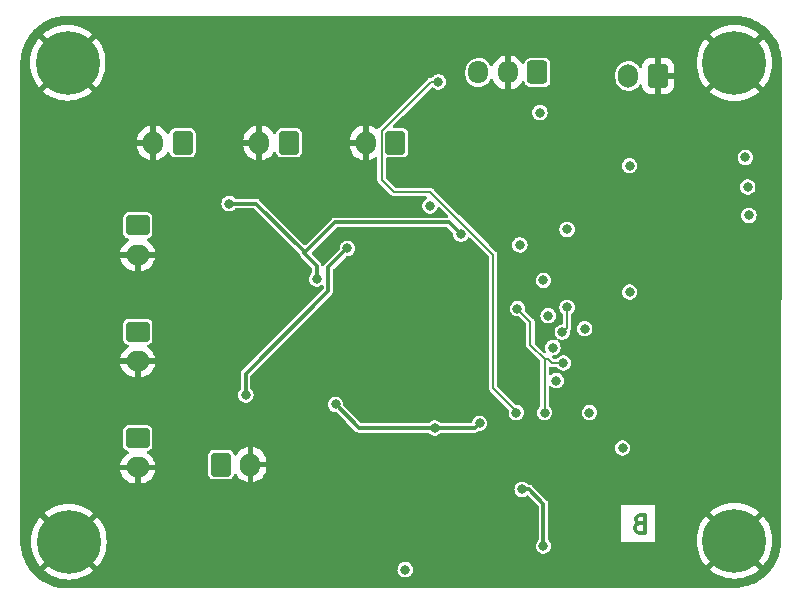
<source format=gbr>
%TF.GenerationSoftware,KiCad,Pcbnew,(7.0.0)*%
%TF.CreationDate,2023-10-25T22:20:09+02:00*%
%TF.ProjectId,ProjetA,50726f6a-6574-4412-9e6b-696361645f70,rev?*%
%TF.SameCoordinates,Original*%
%TF.FileFunction,Copper,L4,Bot*%
%TF.FilePolarity,Positive*%
%FSLAX46Y46*%
G04 Gerber Fmt 4.6, Leading zero omitted, Abs format (unit mm)*
G04 Created by KiCad (PCBNEW (7.0.0)) date 2023-10-25 22:20:09*
%MOMM*%
%LPD*%
G01*
G04 APERTURE LIST*
G04 Aperture macros list*
%AMRoundRect*
0 Rectangle with rounded corners*
0 $1 Rounding radius*
0 $2 $3 $4 $5 $6 $7 $8 $9 X,Y pos of 4 corners*
0 Add a 4 corners polygon primitive as box body*
4,1,4,$2,$3,$4,$5,$6,$7,$8,$9,$2,$3,0*
0 Add four circle primitives for the rounded corners*
1,1,$1+$1,$2,$3*
1,1,$1+$1,$4,$5*
1,1,$1+$1,$6,$7*
1,1,$1+$1,$8,$9*
0 Add four rect primitives between the rounded corners*
20,1,$1+$1,$2,$3,$4,$5,0*
20,1,$1+$1,$4,$5,$6,$7,0*
20,1,$1+$1,$6,$7,$8,$9,0*
20,1,$1+$1,$8,$9,$2,$3,0*%
G04 Aperture macros list end*
%ADD10C,0.300000*%
%TA.AperFunction,NonConductor*%
%ADD11C,0.300000*%
%TD*%
%TA.AperFunction,ComponentPad*%
%ADD12RoundRect,0.250000X0.600000X0.750000X-0.600000X0.750000X-0.600000X-0.750000X0.600000X-0.750000X0*%
%TD*%
%TA.AperFunction,ComponentPad*%
%ADD13O,1.700000X2.000000*%
%TD*%
%TA.AperFunction,ComponentPad*%
%ADD14C,0.800000*%
%TD*%
%TA.AperFunction,ComponentPad*%
%ADD15C,5.400000*%
%TD*%
%TA.AperFunction,ComponentPad*%
%ADD16RoundRect,0.250000X-0.750000X0.600000X-0.750000X-0.600000X0.750000X-0.600000X0.750000X0.600000X0*%
%TD*%
%TA.AperFunction,ComponentPad*%
%ADD17O,2.000000X1.700000*%
%TD*%
%TA.AperFunction,ComponentPad*%
%ADD18RoundRect,0.250000X-0.600000X-0.750000X0.600000X-0.750000X0.600000X0.750000X-0.600000X0.750000X0*%
%TD*%
%TA.AperFunction,ComponentPad*%
%ADD19RoundRect,0.250000X0.600000X0.725000X-0.600000X0.725000X-0.600000X-0.725000X0.600000X-0.725000X0*%
%TD*%
%TA.AperFunction,ComponentPad*%
%ADD20O,1.700000X1.950000*%
%TD*%
%TA.AperFunction,ViaPad*%
%ADD21C,0.600000*%
%TD*%
%TA.AperFunction,ViaPad*%
%ADD22C,0.800000*%
%TD*%
%TA.AperFunction,Conductor*%
%ADD23C,0.300000*%
%TD*%
%TA.AperFunction,Conductor*%
%ADD24C,0.200000*%
%TD*%
G04 APERTURE END LIST*
D10*
D11*
X134942857Y-90487857D02*
X134728571Y-90559285D01*
X134728571Y-90559285D02*
X134657142Y-90630714D01*
X134657142Y-90630714D02*
X134585714Y-90773571D01*
X134585714Y-90773571D02*
X134585714Y-90987857D01*
X134585714Y-90987857D02*
X134657142Y-91130714D01*
X134657142Y-91130714D02*
X134728571Y-91202142D01*
X134728571Y-91202142D02*
X134871428Y-91273571D01*
X134871428Y-91273571D02*
X135442857Y-91273571D01*
X135442857Y-91273571D02*
X135442857Y-89773571D01*
X135442857Y-89773571D02*
X134942857Y-89773571D01*
X134942857Y-89773571D02*
X134800000Y-89845000D01*
X134800000Y-89845000D02*
X134728571Y-89916428D01*
X134728571Y-89916428D02*
X134657142Y-90059285D01*
X134657142Y-90059285D02*
X134657142Y-90202142D01*
X134657142Y-90202142D02*
X134728571Y-90345000D01*
X134728571Y-90345000D02*
X134800000Y-90416428D01*
X134800000Y-90416428D02*
X134942857Y-90487857D01*
X134942857Y-90487857D02*
X135442857Y-90487857D01*
D12*
%TO.P,J11,1,Pin_1*%
%TO.N,/Palm*%
X105250000Y-58250000D03*
D13*
%TO.P,J11,2,Pin_2*%
%TO.N,GND*%
X102749999Y-58249999D03*
%TD*%
D12*
%TO.P,J10,1,Pin_1*%
%TO.N,/Thumb*%
X96250000Y-58250000D03*
D13*
%TO.P,J10,2,Pin_2*%
%TO.N,GND*%
X93749999Y-58249999D03*
%TD*%
D14*
%TO.P,H4,1,1*%
%TO.N,GND*%
X84593109Y-92031891D03*
X85186218Y-90600000D03*
X85186218Y-93463782D03*
X86618109Y-90006891D03*
D15*
X86618109Y-92031891D03*
D14*
X86618109Y-94056891D03*
X88050000Y-90600000D03*
X88050000Y-93463782D03*
X88643109Y-92031891D03*
%TD*%
%TO.P,H2,1,1*%
%TO.N,GND*%
X140950000Y-51500000D03*
X141543109Y-50068109D03*
X141543109Y-52931891D03*
X142975000Y-49475000D03*
D15*
X142975000Y-51500000D03*
D14*
X142975000Y-53525000D03*
X144406891Y-50068109D03*
X144406891Y-52931891D03*
X145000000Y-51500000D03*
%TD*%
D12*
%TO.P,J12,1,Pin_1*%
%TO.N,/Back Hand*%
X114250000Y-58250000D03*
D13*
%TO.P,J12,2,Pin_2*%
%TO.N,GND*%
X111749999Y-58249999D03*
%TD*%
D14*
%TO.P,H1,1,1*%
%TO.N,GND*%
X84493109Y-51481891D03*
X85086218Y-50050000D03*
X85086218Y-52913782D03*
X86518109Y-49456891D03*
D15*
X86518109Y-51481891D03*
D14*
X86518109Y-53506891D03*
X87950000Y-50050000D03*
X87950000Y-52913782D03*
X88543109Y-51481891D03*
%TD*%
D16*
%TO.P,J9,1,Pin_1*%
%TO.N,/Little Finger*%
X92450000Y-65250000D03*
D17*
%TO.P,J9,2,Pin_2*%
%TO.N,GND*%
X92449999Y-67749999D03*
%TD*%
D12*
%TO.P,J4,1,Pin_1*%
%TO.N,GND*%
X136500000Y-52600000D03*
D13*
%TO.P,J4,2,Pin_2*%
%TO.N,VCC*%
X133999999Y-52599999D03*
%TD*%
D18*
%TO.P,J6,1,Pin_1*%
%TO.N,/Index Finger*%
X99500000Y-85500000D03*
D13*
%TO.P,J6,2,Pin_2*%
%TO.N,GND*%
X101999999Y-85499999D03*
%TD*%
D16*
%TO.P,J7,1,Pin_1*%
%TO.N,/Ring Finger*%
X92450000Y-83250000D03*
D17*
%TO.P,J7,2,Pin_2*%
%TO.N,GND*%
X92449999Y-85749999D03*
%TD*%
D14*
%TO.P,H3,1,1*%
%TO.N,GND*%
X140950000Y-91950000D03*
X141543109Y-90518109D03*
X141543109Y-93381891D03*
X142975000Y-89925000D03*
D15*
X142975000Y-91950000D03*
D14*
X142975000Y-93975000D03*
X144406891Y-90518109D03*
X144406891Y-93381891D03*
X145000000Y-91950000D03*
%TD*%
D19*
%TO.P,J2,1,Pin_1*%
%TO.N,+3.3V*%
X126300000Y-52300000D03*
D20*
%TO.P,J2,2,Pin_2*%
%TO.N,GND*%
X123799999Y-52299999D03*
%TO.P,J2,3,Pin_3*%
%TO.N,/MyoWare*%
X121299999Y-52299999D03*
%TD*%
D16*
%TO.P,J8,1,Pin_1*%
%TO.N,/Midle Fingle*%
X92450000Y-74250000D03*
D17*
%TO.P,J8,2,Pin_2*%
%TO.N,GND*%
X92449999Y-76749999D03*
%TD*%
D21*
%TO.N,GND*%
X106700000Y-71300000D03*
X130300000Y-59500000D03*
X121950000Y-65250000D03*
X108500000Y-72500000D03*
X99900000Y-73500000D03*
X109050000Y-95100000D03*
X119400000Y-83300000D03*
X116350000Y-83200000D03*
X120000000Y-88350000D03*
X99550000Y-77950000D03*
X100600000Y-65100000D03*
X95600000Y-66850000D03*
D22*
X115800000Y-61600000D03*
X112330000Y-66900000D03*
D21*
X107200000Y-74700000D03*
X132350000Y-56000000D03*
X106050000Y-65300000D03*
X101850000Y-76150000D03*
D22*
%TO.N,+3.3V*%
X109200000Y-80400000D03*
X117600000Y-82400000D03*
X126500000Y-55700000D03*
X130300000Y-74000000D03*
X134100000Y-70900000D03*
X101600000Y-79600000D03*
X134100000Y-60200000D03*
X127200000Y-72900000D03*
X124800000Y-66900000D03*
X110200000Y-67199500D03*
X127599500Y-75600000D03*
X128800000Y-65600000D03*
X144200000Y-64400000D03*
X127900000Y-78400000D03*
X143900000Y-59500000D03*
X144100000Y-62000000D03*
X126800000Y-69900000D03*
X121400000Y-82000000D03*
X133500000Y-84100000D03*
X115100000Y-94400500D03*
X130700000Y-81100000D03*
%TO.N,/NRST*%
X107600000Y-69800000D03*
X119800000Y-66000000D03*
X100200000Y-63400000D03*
%TO.N,/MyoWare*%
X117200000Y-63600000D03*
X117900000Y-53100000D03*
X124500000Y-81100000D03*
%TO.N,/Reset*%
X125000000Y-87600000D03*
X126800000Y-92400000D03*
%TO.N,/I2C1_SCL*%
X128800000Y-72200000D03*
X128400000Y-74300000D03*
%TO.N,/I2C1_SDA*%
X126900000Y-81100000D03*
X128500000Y-76900000D03*
X124600000Y-72300000D03*
%TD*%
D23*
%TO.N,+3.3V*%
X121000000Y-82400000D02*
X117600000Y-82400000D01*
X111200000Y-82400000D02*
X117600000Y-82400000D01*
X101600000Y-77800000D02*
X101600000Y-79600000D01*
X108600000Y-68799500D02*
X108600000Y-70800000D01*
X108600000Y-70800000D02*
X101600000Y-77800000D01*
X110200000Y-67199500D02*
X108600000Y-68799500D01*
X121400000Y-82000000D02*
X121000000Y-82400000D01*
X109200000Y-80400000D02*
X111200000Y-82400000D01*
%TO.N,/NRST*%
X102500000Y-63400000D02*
X106550000Y-67450000D01*
X106550000Y-67450000D02*
X106550000Y-67600000D01*
X118800000Y-65000000D02*
X119800000Y-66000000D01*
X107600000Y-68650000D02*
X107600000Y-69800000D01*
X100200000Y-63400000D02*
X102500000Y-63400000D01*
X106550000Y-67600000D02*
X107600000Y-68650000D01*
X109150000Y-65000000D02*
X118800000Y-65000000D01*
X106550000Y-67600000D02*
X109150000Y-65000000D01*
D24*
%TO.N,/MyoWare*%
X113100000Y-61376346D02*
X113100000Y-57272183D01*
X117272183Y-53100000D02*
X117900000Y-53100000D01*
X124500000Y-81000000D02*
X122550000Y-79050000D01*
X117233511Y-62443561D02*
X114167215Y-62443561D01*
X124500000Y-81100000D02*
X124500000Y-81000000D01*
X113100000Y-57272183D02*
X117272183Y-53100000D01*
X122550000Y-67760050D02*
X117233511Y-62443561D01*
X114167215Y-62443561D02*
X113100000Y-61376346D01*
X122550000Y-79050000D02*
X122550000Y-67760050D01*
D23*
%TO.N,/Reset*%
X125000000Y-87600000D02*
X125600000Y-87600000D01*
X125600000Y-87600000D02*
X126800000Y-88800000D01*
X126800000Y-88800000D02*
X126800000Y-92400000D01*
D24*
%TO.N,/I2C1_SCL*%
X128800000Y-73900000D02*
X128400000Y-74300000D01*
X128800000Y-72200000D02*
X128800000Y-73900000D01*
%TO.N,/I2C1_SDA*%
X124600000Y-72300000D02*
X125700000Y-73400000D01*
X126900000Y-76600000D02*
X126900000Y-81100000D01*
X125700000Y-73400000D02*
X125700000Y-75400000D01*
X125700000Y-75400000D02*
X126900000Y-76600000D01*
X128500000Y-76900000D02*
X127500000Y-76900000D01*
X127200000Y-76600000D02*
X126900000Y-76600000D01*
X127500000Y-76900000D02*
X127200000Y-76600000D01*
%TD*%
%TA.AperFunction,Conductor*%
%TO.N,GND*%
G36*
X143002845Y-47500631D02*
G01*
X143173010Y-47508498D01*
X143369795Y-47518166D01*
X143380787Y-47519201D01*
X143562876Y-47544601D01*
X143563781Y-47544732D01*
X143747261Y-47571949D01*
X143757413Y-47573892D01*
X143938614Y-47616510D01*
X143940023Y-47616852D01*
X144117874Y-47661401D01*
X144127091Y-47664096D01*
X144304478Y-47723550D01*
X144306618Y-47724292D01*
X144478220Y-47785692D01*
X144486519Y-47789004D01*
X144657980Y-47864712D01*
X144660909Y-47866051D01*
X144747263Y-47906892D01*
X144825119Y-47943715D01*
X144832411Y-47947465D01*
X144996435Y-48038827D01*
X144999810Y-48040777D01*
X145155371Y-48134017D01*
X145161670Y-48138058D01*
X145316699Y-48244256D01*
X145320459Y-48246935D01*
X145466009Y-48354882D01*
X145471305Y-48359040D01*
X145616009Y-48479200D01*
X145619947Y-48482617D01*
X145754206Y-48604303D01*
X145758590Y-48608478D01*
X145891520Y-48741408D01*
X145895698Y-48745795D01*
X146017375Y-48880045D01*
X146020805Y-48883998D01*
X146140951Y-49028684D01*
X146145124Y-49034000D01*
X146169592Y-49066991D01*
X146253041Y-49179509D01*
X146255742Y-49183299D01*
X146361940Y-49338328D01*
X146365992Y-49344645D01*
X146414565Y-49425684D01*
X146459200Y-49500153D01*
X146461171Y-49503563D01*
X146552525Y-49667573D01*
X146556291Y-49674896D01*
X146633947Y-49839089D01*
X146635286Y-49842018D01*
X146710994Y-50013479D01*
X146714311Y-50021791D01*
X146775666Y-50193265D01*
X146776487Y-50195634D01*
X146835894Y-50372881D01*
X146838606Y-50382157D01*
X146883104Y-50559803D01*
X146883526Y-50561543D01*
X146926101Y-50742562D01*
X146928053Y-50752758D01*
X146955257Y-50936156D01*
X146955410Y-50937218D01*
X146980794Y-51119184D01*
X146981834Y-51130232D01*
X146991505Y-51327089D01*
X146991522Y-51327447D01*
X146999362Y-51497047D01*
X146999494Y-51502955D01*
X146940117Y-91947215D01*
X146939985Y-91952759D01*
X146932144Y-92122370D01*
X146932127Y-92122729D01*
X146922490Y-92318878D01*
X146921450Y-92329924D01*
X146896117Y-92511530D01*
X146895964Y-92512594D01*
X146868837Y-92695467D01*
X146866885Y-92705661D01*
X146824388Y-92886350D01*
X146823966Y-92888090D01*
X146779608Y-93065179D01*
X146776896Y-93074457D01*
X146717605Y-93251354D01*
X146716785Y-93253721D01*
X146655600Y-93424724D01*
X146652282Y-93433037D01*
X146576743Y-93604114D01*
X146575404Y-93607044D01*
X146497953Y-93770800D01*
X146494187Y-93778122D01*
X146403034Y-93941773D01*
X146401064Y-93945182D01*
X146308117Y-94100256D01*
X146304057Y-94106585D01*
X146198094Y-94261271D01*
X146195393Y-94265060D01*
X146087776Y-94410166D01*
X146083575Y-94415517D01*
X145963728Y-94559843D01*
X145960209Y-94563899D01*
X145838951Y-94697687D01*
X145834754Y-94702095D01*
X145702095Y-94834754D01*
X145697687Y-94838951D01*
X145563899Y-94960209D01*
X145559843Y-94963728D01*
X145415517Y-95083575D01*
X145410166Y-95087776D01*
X145265060Y-95195393D01*
X145261271Y-95198094D01*
X145106585Y-95304057D01*
X145100256Y-95308117D01*
X144945182Y-95401064D01*
X144941773Y-95403034D01*
X144778122Y-95494187D01*
X144770800Y-95497953D01*
X144607044Y-95575404D01*
X144604114Y-95576743D01*
X144433037Y-95652282D01*
X144424724Y-95655600D01*
X144253721Y-95716785D01*
X144251354Y-95717605D01*
X144074457Y-95776896D01*
X144065179Y-95779608D01*
X143888090Y-95823966D01*
X143886350Y-95824388D01*
X143705661Y-95866885D01*
X143695467Y-95868837D01*
X143512594Y-95895964D01*
X143511530Y-95896117D01*
X143329924Y-95921450D01*
X143318878Y-95922490D01*
X143122883Y-95932119D01*
X143122525Y-95932136D01*
X142952788Y-95939984D01*
X142947171Y-95940116D01*
X86502923Y-95990110D01*
X86497086Y-95989978D01*
X86327282Y-95982127D01*
X86326925Y-95982110D01*
X86131122Y-95972491D01*
X86120075Y-95971451D01*
X85938467Y-95946118D01*
X85937403Y-95945965D01*
X85754529Y-95918838D01*
X85744334Y-95916886D01*
X85563664Y-95874393D01*
X85561925Y-95873971D01*
X85384817Y-95829608D01*
X85375540Y-95826896D01*
X85198589Y-95767588D01*
X85196221Y-95766767D01*
X85025302Y-95705611D01*
X85016990Y-95702294D01*
X84845822Y-95626716D01*
X84842891Y-95625376D01*
X84679206Y-95547958D01*
X84671884Y-95544193D01*
X84508244Y-95453046D01*
X84504835Y-95451076D01*
X84424681Y-95403034D01*
X84349718Y-95358103D01*
X84343405Y-95354053D01*
X84188737Y-95248102D01*
X84184948Y-95245401D01*
X84039822Y-95137769D01*
X84034471Y-95133568D01*
X83890175Y-95013746D01*
X83886119Y-95010227D01*
X83752293Y-94888934D01*
X83747885Y-94884737D01*
X83615261Y-94752113D01*
X83611064Y-94747705D01*
X83489771Y-94613879D01*
X83486252Y-94609823D01*
X83366430Y-94465527D01*
X83365937Y-94464899D01*
X84543793Y-94464899D01*
X84551117Y-94476317D01*
X84617204Y-94535376D01*
X84622635Y-94539707D01*
X84910095Y-94743670D01*
X84915960Y-94747356D01*
X85224449Y-94917851D01*
X85230707Y-94920865D01*
X85556333Y-95055744D01*
X85562894Y-95058040D01*
X85901575Y-95155612D01*
X85908353Y-95157159D01*
X86255833Y-95216198D01*
X86262725Y-95216974D01*
X86614637Y-95236738D01*
X86621581Y-95236738D01*
X86973492Y-95216974D01*
X86980384Y-95216198D01*
X87327864Y-95157159D01*
X87334642Y-95155612D01*
X87673323Y-95058040D01*
X87679884Y-95055744D01*
X88005510Y-94920865D01*
X88011768Y-94917851D01*
X88320257Y-94747356D01*
X88326122Y-94743670D01*
X88613584Y-94539706D01*
X88619012Y-94535376D01*
X88685100Y-94476316D01*
X88692423Y-94464899D01*
X88685749Y-94453085D01*
X88633164Y-94400500D01*
X114444722Y-94400500D01*
X114445626Y-94407945D01*
X114462858Y-94549870D01*
X114462859Y-94549875D01*
X114463763Y-94557318D01*
X114466422Y-94564331D01*
X114466423Y-94564332D01*
X114516997Y-94697687D01*
X114519780Y-94705023D01*
X114524043Y-94711199D01*
X114602702Y-94825158D01*
X114609517Y-94835030D01*
X114615126Y-94839999D01*
X114615127Y-94840000D01*
X114703003Y-94917851D01*
X114727760Y-94939783D01*
X114867635Y-95013196D01*
X115021015Y-95051000D01*
X115171485Y-95051000D01*
X115178985Y-95051000D01*
X115332365Y-95013196D01*
X115472240Y-94939783D01*
X115590483Y-94835030D01*
X115680220Y-94705023D01*
X115736237Y-94557318D01*
X115755278Y-94400500D01*
X115753154Y-94383008D01*
X140900684Y-94383008D01*
X140908008Y-94394426D01*
X140974095Y-94453485D01*
X140979526Y-94457816D01*
X141266986Y-94661779D01*
X141272851Y-94665465D01*
X141581340Y-94835960D01*
X141587598Y-94838974D01*
X141913224Y-94973853D01*
X141919785Y-94976149D01*
X142258466Y-95073721D01*
X142265244Y-95075268D01*
X142612724Y-95134307D01*
X142619616Y-95135083D01*
X142971528Y-95154847D01*
X142978472Y-95154847D01*
X143330383Y-95135083D01*
X143337275Y-95134307D01*
X143684755Y-95075268D01*
X143691533Y-95073721D01*
X144030214Y-94976149D01*
X144036775Y-94973853D01*
X144362401Y-94838974D01*
X144368659Y-94835960D01*
X144677148Y-94665465D01*
X144683013Y-94661779D01*
X144970475Y-94457815D01*
X144975903Y-94453485D01*
X145041991Y-94394425D01*
X145049314Y-94383008D01*
X145042640Y-94371194D01*
X142986542Y-92315095D01*
X142974999Y-92308431D01*
X142963457Y-92315095D01*
X140907359Y-94371193D01*
X140900684Y-94383008D01*
X115753154Y-94383008D01*
X115736237Y-94243682D01*
X115680220Y-94095977D01*
X115590483Y-93965970D01*
X115567349Y-93945475D01*
X115477856Y-93866192D01*
X115477854Y-93866190D01*
X115472240Y-93861217D01*
X115465595Y-93857729D01*
X115465593Y-93857728D01*
X115339006Y-93791289D01*
X115339002Y-93791287D01*
X115332365Y-93787804D01*
X115325087Y-93786010D01*
X115325084Y-93786009D01*
X115186267Y-93751794D01*
X115186260Y-93751793D01*
X115178985Y-93750000D01*
X115021015Y-93750000D01*
X115013740Y-93751792D01*
X115013732Y-93751794D01*
X114874915Y-93786009D01*
X114874909Y-93786010D01*
X114867635Y-93787804D01*
X114861000Y-93791286D01*
X114860993Y-93791289D01*
X114734406Y-93857728D01*
X114734400Y-93857731D01*
X114727760Y-93861217D01*
X114722148Y-93866187D01*
X114722143Y-93866192D01*
X114615127Y-93960999D01*
X114615122Y-93961003D01*
X114609517Y-93965970D01*
X114605262Y-93972134D01*
X114605257Y-93972140D01*
X114524043Y-94089800D01*
X114524040Y-94089803D01*
X114519780Y-94095977D01*
X114517120Y-94102988D01*
X114517118Y-94102994D01*
X114496791Y-94156593D01*
X114463763Y-94243682D01*
X114462859Y-94251122D01*
X114462858Y-94251129D01*
X114448280Y-94371193D01*
X114444722Y-94400500D01*
X88633164Y-94400500D01*
X86629651Y-92396986D01*
X86618109Y-92390322D01*
X86606566Y-92396986D01*
X84550468Y-94453084D01*
X84543793Y-94464899D01*
X83365937Y-94464899D01*
X83362229Y-94460176D01*
X83254597Y-94315050D01*
X83251896Y-94311261D01*
X83145945Y-94156593D01*
X83141906Y-94150298D01*
X83048907Y-93995138D01*
X83046952Y-93991754D01*
X83032590Y-93965970D01*
X82955805Y-93828114D01*
X82952040Y-93820792D01*
X82918558Y-93750000D01*
X82874615Y-93657091D01*
X82873282Y-93654176D01*
X82797704Y-93483008D01*
X82794392Y-93474708D01*
X82733208Y-93303712D01*
X82732443Y-93301504D01*
X82673097Y-93124442D01*
X82670395Y-93115200D01*
X82625995Y-92937941D01*
X82625639Y-92936474D01*
X82583108Y-92755647D01*
X82581163Y-92745488D01*
X82554007Y-92562415D01*
X82553908Y-92561729D01*
X82528545Y-92379907D01*
X82527508Y-92368893D01*
X82517864Y-92172572D01*
X82511520Y-92035363D01*
X83413262Y-92035363D01*
X83433025Y-92387274D01*
X83433801Y-92394166D01*
X83492840Y-92741646D01*
X83494387Y-92748424D01*
X83591959Y-93087105D01*
X83594255Y-93093666D01*
X83729134Y-93419292D01*
X83732148Y-93425550D01*
X83902643Y-93734039D01*
X83906329Y-93739904D01*
X84110292Y-94027364D01*
X84114623Y-94032795D01*
X84173681Y-94098881D01*
X84185099Y-94106205D01*
X84196914Y-94099530D01*
X86253012Y-92043433D01*
X86259676Y-92031891D01*
X86259675Y-92031890D01*
X86976540Y-92031890D01*
X86983204Y-92043433D01*
X89039303Y-94099531D01*
X89051117Y-94106205D01*
X89062534Y-94098882D01*
X89121594Y-94032794D01*
X89125924Y-94027366D01*
X89329888Y-93739904D01*
X89333574Y-93734039D01*
X89504069Y-93425550D01*
X89507083Y-93419292D01*
X89641962Y-93093666D01*
X89644258Y-93087105D01*
X89741830Y-92748424D01*
X89743377Y-92741646D01*
X89802416Y-92394166D01*
X89803192Y-92387274D01*
X89822956Y-92035363D01*
X89822956Y-92028419D01*
X89803192Y-91676507D01*
X89802416Y-91669615D01*
X89743377Y-91322135D01*
X89741830Y-91315357D01*
X89644258Y-90976676D01*
X89641962Y-90970115D01*
X89507083Y-90644489D01*
X89504069Y-90638231D01*
X89333574Y-90329742D01*
X89329888Y-90323877D01*
X89125925Y-90036417D01*
X89121594Y-90030986D01*
X89062535Y-89964899D01*
X89051117Y-89957575D01*
X89039302Y-89964250D01*
X86983204Y-92020348D01*
X86976540Y-92031890D01*
X86259675Y-92031890D01*
X86253012Y-92020348D01*
X84196914Y-89964250D01*
X84185100Y-89957575D01*
X84173679Y-89964902D01*
X84114622Y-90030988D01*
X84110297Y-90036410D01*
X83906329Y-90323877D01*
X83902643Y-90329742D01*
X83732148Y-90638231D01*
X83729134Y-90644489D01*
X83594255Y-90970115D01*
X83591959Y-90976676D01*
X83494387Y-91315357D01*
X83492840Y-91322135D01*
X83433801Y-91669615D01*
X83433025Y-91676507D01*
X83413262Y-92028419D01*
X83413262Y-92035363D01*
X82511520Y-92035363D01*
X82510017Y-92002843D01*
X82509886Y-91997134D01*
X82510442Y-89598882D01*
X84543793Y-89598882D01*
X84550468Y-89610696D01*
X86606566Y-91666794D01*
X86618109Y-91673458D01*
X86629651Y-91666794D01*
X88685748Y-89610696D01*
X88692423Y-89598881D01*
X88685099Y-89587463D01*
X88619013Y-89528405D01*
X88613582Y-89524074D01*
X88326122Y-89320111D01*
X88320257Y-89316425D01*
X88011768Y-89145930D01*
X88005510Y-89142916D01*
X87679884Y-89008037D01*
X87673323Y-89005741D01*
X87334642Y-88908169D01*
X87327864Y-88906622D01*
X86980384Y-88847583D01*
X86973492Y-88846807D01*
X86621581Y-88827044D01*
X86614637Y-88827044D01*
X86262725Y-88846807D01*
X86255833Y-88847583D01*
X85908353Y-88906622D01*
X85901575Y-88908169D01*
X85562894Y-89005741D01*
X85556333Y-89008037D01*
X85230707Y-89142916D01*
X85224449Y-89145930D01*
X84915960Y-89316425D01*
X84910095Y-89320111D01*
X84622628Y-89524079D01*
X84617206Y-89528404D01*
X84551120Y-89587461D01*
X84543793Y-89598882D01*
X82510442Y-89598882D01*
X82510905Y-87600000D01*
X124344722Y-87600000D01*
X124345626Y-87607445D01*
X124362858Y-87749370D01*
X124362859Y-87749375D01*
X124363763Y-87756818D01*
X124419780Y-87904523D01*
X124509517Y-88034530D01*
X124627760Y-88139283D01*
X124767635Y-88212696D01*
X124921015Y-88250500D01*
X125071485Y-88250500D01*
X125078985Y-88250500D01*
X125232365Y-88212696D01*
X125372240Y-88139283D01*
X125391262Y-88122430D01*
X125446243Y-88094276D01*
X125507988Y-88096140D01*
X125561171Y-88127564D01*
X126363181Y-88929573D01*
X126390061Y-88969801D01*
X126399500Y-89017254D01*
X126399500Y-91829944D01*
X126388575Y-91880835D01*
X126357727Y-91922760D01*
X126315127Y-91960499D01*
X126315122Y-91960503D01*
X126309517Y-91965470D01*
X126305262Y-91971634D01*
X126305257Y-91971640D01*
X126224043Y-92089300D01*
X126224040Y-92089303D01*
X126219780Y-92095477D01*
X126217120Y-92102488D01*
X126217118Y-92102494D01*
X126166423Y-92236167D01*
X126163763Y-92243182D01*
X126162859Y-92250622D01*
X126162858Y-92250629D01*
X126148588Y-92368161D01*
X126144722Y-92400000D01*
X126145626Y-92407445D01*
X126162858Y-92549370D01*
X126162859Y-92549375D01*
X126163763Y-92556818D01*
X126166422Y-92563831D01*
X126166423Y-92563832D01*
X126216345Y-92695467D01*
X126219780Y-92704523D01*
X126224043Y-92710699D01*
X126250082Y-92748424D01*
X126309517Y-92834530D01*
X126427760Y-92939283D01*
X126567635Y-93012696D01*
X126721015Y-93050500D01*
X126871485Y-93050500D01*
X126878985Y-93050500D01*
X127032365Y-93012696D01*
X127172240Y-92939283D01*
X127290483Y-92834530D01*
X127380220Y-92704523D01*
X127436237Y-92556818D01*
X127455278Y-92400000D01*
X127436237Y-92243182D01*
X127380220Y-92095477D01*
X127290483Y-91965470D01*
X127273020Y-91949999D01*
X127242273Y-91922760D01*
X127211425Y-91880835D01*
X127200500Y-91829944D01*
X127200500Y-88885214D01*
X133385214Y-88885214D01*
X133385214Y-92064786D01*
X136248460Y-92064786D01*
X136264786Y-92064786D01*
X136264786Y-91953472D01*
X139770153Y-91953472D01*
X139789916Y-92305383D01*
X139790692Y-92312275D01*
X139849731Y-92659755D01*
X139851278Y-92666533D01*
X139948850Y-93005214D01*
X139951146Y-93011775D01*
X140086025Y-93337401D01*
X140089039Y-93343659D01*
X140259534Y-93652148D01*
X140263220Y-93658013D01*
X140467183Y-93945473D01*
X140471514Y-93950904D01*
X140530572Y-94016990D01*
X140541990Y-94024314D01*
X140553805Y-94017639D01*
X142609903Y-91961542D01*
X142616567Y-91950000D01*
X142616566Y-91949999D01*
X143333431Y-91949999D01*
X143340095Y-91961542D01*
X145396194Y-94017640D01*
X145408008Y-94024314D01*
X145419425Y-94016991D01*
X145478485Y-93950903D01*
X145482815Y-93945475D01*
X145686779Y-93658013D01*
X145690465Y-93652148D01*
X145860960Y-93343659D01*
X145863974Y-93337401D01*
X145998853Y-93011775D01*
X146001149Y-93005214D01*
X146098721Y-92666533D01*
X146100268Y-92659755D01*
X146159307Y-92312275D01*
X146160083Y-92305383D01*
X146179847Y-91953472D01*
X146179847Y-91946528D01*
X146160083Y-91594616D01*
X146159307Y-91587724D01*
X146100268Y-91240244D01*
X146098721Y-91233466D01*
X146001149Y-90894785D01*
X145998853Y-90888224D01*
X145863974Y-90562598D01*
X145860960Y-90556340D01*
X145690465Y-90247851D01*
X145686779Y-90241986D01*
X145482816Y-89954526D01*
X145478485Y-89949095D01*
X145419426Y-89883008D01*
X145408008Y-89875684D01*
X145396193Y-89882359D01*
X143340095Y-91938457D01*
X143333431Y-91949999D01*
X142616566Y-91949999D01*
X142609903Y-91938457D01*
X140553805Y-89882359D01*
X140541991Y-89875684D01*
X140530570Y-89883011D01*
X140471513Y-89949097D01*
X140467188Y-89954519D01*
X140263220Y-90241986D01*
X140259534Y-90247851D01*
X140089039Y-90556340D01*
X140086025Y-90562598D01*
X139951146Y-90888224D01*
X139948850Y-90894785D01*
X139851278Y-91233466D01*
X139849731Y-91240244D01*
X139790692Y-91587724D01*
X139789916Y-91594616D01*
X139770153Y-91946528D01*
X139770153Y-91953472D01*
X136264786Y-91953472D01*
X136264786Y-89516991D01*
X140900684Y-89516991D01*
X140907359Y-89528805D01*
X142963457Y-91584903D01*
X142975000Y-91591567D01*
X142986542Y-91584903D01*
X145042639Y-89528805D01*
X145049314Y-89516990D01*
X145041990Y-89505572D01*
X144975904Y-89446514D01*
X144970473Y-89442183D01*
X144683013Y-89238220D01*
X144677148Y-89234534D01*
X144368659Y-89064039D01*
X144362401Y-89061025D01*
X144036775Y-88926146D01*
X144030214Y-88923850D01*
X143691533Y-88826278D01*
X143684755Y-88824731D01*
X143337275Y-88765692D01*
X143330383Y-88764916D01*
X142978472Y-88745153D01*
X142971528Y-88745153D01*
X142619616Y-88764916D01*
X142612724Y-88765692D01*
X142265244Y-88824731D01*
X142258466Y-88826278D01*
X141919785Y-88923850D01*
X141913224Y-88926146D01*
X141587598Y-89061025D01*
X141581340Y-89064039D01*
X141272851Y-89234534D01*
X141266986Y-89238220D01*
X140979519Y-89442188D01*
X140974097Y-89446513D01*
X140908011Y-89505570D01*
X140900684Y-89516991D01*
X136264786Y-89516991D01*
X136264786Y-88885214D01*
X133385214Y-88885214D01*
X127200500Y-88885214D01*
X127200500Y-88768493D01*
X127200499Y-88768469D01*
X127200499Y-88746327D01*
X127200499Y-88736567D01*
X127193652Y-88715495D01*
X127189111Y-88696578D01*
X127185646Y-88674696D01*
X127175583Y-88654946D01*
X127168142Y-88636983D01*
X127161296Y-88615910D01*
X127148275Y-88597989D01*
X127138105Y-88581394D01*
X127128050Y-88561658D01*
X127038342Y-88471950D01*
X125860909Y-87294516D01*
X125860905Y-87294513D01*
X125838342Y-87271950D01*
X125829649Y-87267520D01*
X125829647Y-87267519D01*
X125818598Y-87261889D01*
X125802015Y-87251726D01*
X125791987Y-87244440D01*
X125791980Y-87244436D01*
X125784090Y-87238704D01*
X125763019Y-87231857D01*
X125745044Y-87224412D01*
X125733999Y-87218784D01*
X125733996Y-87218783D01*
X125725304Y-87214354D01*
X125715667Y-87212827D01*
X125715666Y-87212827D01*
X125703418Y-87210887D01*
X125684506Y-87206346D01*
X125672717Y-87202516D01*
X125672714Y-87202515D01*
X125663433Y-87199500D01*
X125653673Y-87199500D01*
X125575231Y-87199500D01*
X125524336Y-87188574D01*
X125491452Y-87164375D01*
X125490483Y-87165470D01*
X125377856Y-87065692D01*
X125377854Y-87065690D01*
X125372240Y-87060717D01*
X125365595Y-87057229D01*
X125365593Y-87057228D01*
X125239006Y-86990789D01*
X125239002Y-86990787D01*
X125232365Y-86987304D01*
X125225087Y-86985510D01*
X125225084Y-86985509D01*
X125086267Y-86951294D01*
X125086260Y-86951293D01*
X125078985Y-86949500D01*
X124921015Y-86949500D01*
X124913740Y-86951292D01*
X124913732Y-86951294D01*
X124774915Y-86985509D01*
X124774909Y-86985510D01*
X124767635Y-86987304D01*
X124761000Y-86990786D01*
X124760993Y-86990789D01*
X124634406Y-87057228D01*
X124634400Y-87057231D01*
X124627760Y-87060717D01*
X124622148Y-87065687D01*
X124622143Y-87065692D01*
X124515127Y-87160499D01*
X124515122Y-87160503D01*
X124509517Y-87165470D01*
X124505262Y-87171634D01*
X124505257Y-87171640D01*
X124424043Y-87289300D01*
X124424040Y-87289303D01*
X124419780Y-87295477D01*
X124417120Y-87302488D01*
X124417118Y-87302494D01*
X124366423Y-87436167D01*
X124363763Y-87443182D01*
X124362859Y-87450622D01*
X124362858Y-87450629D01*
X124346070Y-87588896D01*
X124344722Y-87600000D01*
X82510905Y-87600000D01*
X82511275Y-86002551D01*
X90972688Y-86002551D01*
X90973056Y-86013780D01*
X91025168Y-86208263D01*
X91028856Y-86218397D01*
X91124110Y-86422667D01*
X91129508Y-86432017D01*
X91258784Y-86616642D01*
X91265719Y-86624907D01*
X91425092Y-86784280D01*
X91433357Y-86791215D01*
X91617982Y-86920491D01*
X91627332Y-86925889D01*
X91831602Y-87021143D01*
X91841736Y-87024831D01*
X92059446Y-87083166D01*
X92070077Y-87085041D01*
X92182821Y-87094905D01*
X92196265Y-87092332D01*
X92200000Y-87079165D01*
X92700000Y-87079165D01*
X92703734Y-87092332D01*
X92717178Y-87094905D01*
X92829922Y-87085041D01*
X92840553Y-87083166D01*
X93058263Y-87024831D01*
X93068397Y-87021143D01*
X93272667Y-86925889D01*
X93282017Y-86920491D01*
X93466642Y-86791215D01*
X93474907Y-86784280D01*
X93634278Y-86624909D01*
X93641215Y-86616643D01*
X93770498Y-86432008D01*
X93775886Y-86422676D01*
X93835619Y-86294578D01*
X98399500Y-86294578D01*
X98399501Y-86297872D01*
X98399853Y-86301150D01*
X98399854Y-86301161D01*
X98405079Y-86349768D01*
X98405080Y-86349773D01*
X98405909Y-86357483D01*
X98408619Y-86364749D01*
X98408620Y-86364753D01*
X98408621Y-86364755D01*
X98456204Y-86492331D01*
X98542454Y-86607546D01*
X98657669Y-86693796D01*
X98792517Y-86744091D01*
X98852127Y-86750500D01*
X100147872Y-86750499D01*
X100207483Y-86744091D01*
X100342331Y-86693796D01*
X100457546Y-86607546D01*
X100543796Y-86492331D01*
X100594091Y-86357483D01*
X100594690Y-86351905D01*
X100620751Y-86300679D01*
X100668352Y-86266480D01*
X100726342Y-86257963D01*
X100781765Y-86277033D01*
X100822239Y-86319427D01*
X100829508Y-86332017D01*
X100958784Y-86516642D01*
X100965719Y-86524907D01*
X101125090Y-86684278D01*
X101133356Y-86691215D01*
X101317991Y-86820498D01*
X101327323Y-86825886D01*
X101531602Y-86921143D01*
X101541736Y-86924831D01*
X101736219Y-86976943D01*
X101747448Y-86977311D01*
X101750000Y-86966369D01*
X102250000Y-86966369D01*
X102252551Y-86977311D01*
X102263780Y-86976943D01*
X102458263Y-86924831D01*
X102468397Y-86921143D01*
X102672667Y-86825889D01*
X102682017Y-86820491D01*
X102866642Y-86691215D01*
X102874907Y-86684280D01*
X103034280Y-86524907D01*
X103041215Y-86516642D01*
X103170491Y-86332017D01*
X103175889Y-86322667D01*
X103271143Y-86118397D01*
X103274831Y-86108263D01*
X103333166Y-85890553D01*
X103335041Y-85879922D01*
X103344905Y-85767178D01*
X103342332Y-85753734D01*
X103329165Y-85750000D01*
X102266326Y-85750000D01*
X102253450Y-85753450D01*
X102250000Y-85766326D01*
X102250000Y-86966369D01*
X101750000Y-86966369D01*
X101750000Y-85233674D01*
X102250000Y-85233674D01*
X102253450Y-85246549D01*
X102266326Y-85250000D01*
X103329165Y-85250000D01*
X103342332Y-85246265D01*
X103344905Y-85232821D01*
X103335041Y-85120077D01*
X103333166Y-85109446D01*
X103274831Y-84891736D01*
X103271143Y-84881602D01*
X103175889Y-84677332D01*
X103170491Y-84667982D01*
X103041215Y-84483357D01*
X103034280Y-84475092D01*
X102874909Y-84315721D01*
X102866643Y-84308784D01*
X102682008Y-84179501D01*
X102672676Y-84174113D01*
X102513740Y-84100000D01*
X132844722Y-84100000D01*
X132845626Y-84107445D01*
X132862858Y-84249370D01*
X132862859Y-84249375D01*
X132863763Y-84256818D01*
X132866422Y-84263831D01*
X132866423Y-84263832D01*
X132915202Y-84392454D01*
X132919780Y-84404523D01*
X132924043Y-84410699D01*
X132996712Y-84515980D01*
X133009517Y-84534530D01*
X133127760Y-84639283D01*
X133267635Y-84712696D01*
X133421015Y-84750500D01*
X133571485Y-84750500D01*
X133578985Y-84750500D01*
X133732365Y-84712696D01*
X133872240Y-84639283D01*
X133990483Y-84534530D01*
X134080220Y-84404523D01*
X134136237Y-84256818D01*
X134155278Y-84100000D01*
X134136237Y-83943182D01*
X134080220Y-83795477D01*
X133990483Y-83665470D01*
X133872240Y-83560717D01*
X133865595Y-83557229D01*
X133865593Y-83557228D01*
X133739006Y-83490789D01*
X133739002Y-83490787D01*
X133732365Y-83487304D01*
X133725087Y-83485510D01*
X133725084Y-83485509D01*
X133586267Y-83451294D01*
X133586260Y-83451293D01*
X133578985Y-83449500D01*
X133421015Y-83449500D01*
X133413740Y-83451292D01*
X133413732Y-83451294D01*
X133274915Y-83485509D01*
X133274909Y-83485510D01*
X133267635Y-83487304D01*
X133261000Y-83490786D01*
X133260993Y-83490789D01*
X133134406Y-83557228D01*
X133134400Y-83557231D01*
X133127760Y-83560717D01*
X133122148Y-83565687D01*
X133122143Y-83565692D01*
X133015127Y-83660499D01*
X133015122Y-83660503D01*
X133009517Y-83665470D01*
X133005262Y-83671634D01*
X133005257Y-83671640D01*
X132924043Y-83789300D01*
X132924040Y-83789303D01*
X132919780Y-83795477D01*
X132917120Y-83802488D01*
X132917118Y-83802494D01*
X132880946Y-83897873D01*
X132863763Y-83943182D01*
X132862859Y-83950622D01*
X132862858Y-83950629D01*
X132847737Y-84075168D01*
X132844722Y-84100000D01*
X102513740Y-84100000D01*
X102468397Y-84078856D01*
X102458263Y-84075168D01*
X102263780Y-84023056D01*
X102252551Y-84022688D01*
X102250000Y-84033631D01*
X102250000Y-85233674D01*
X101750000Y-85233674D01*
X101750000Y-84033631D01*
X101747448Y-84022688D01*
X101736219Y-84023056D01*
X101541736Y-84075168D01*
X101531602Y-84078856D01*
X101327332Y-84174110D01*
X101317982Y-84179508D01*
X101133357Y-84308784D01*
X101125092Y-84315719D01*
X100965719Y-84475092D01*
X100958784Y-84483357D01*
X100829502Y-84667990D01*
X100822237Y-84680574D01*
X100781763Y-84722967D01*
X100726340Y-84742036D01*
X100668351Y-84733519D01*
X100620751Y-84699321D01*
X100594690Y-84648094D01*
X100594091Y-84642517D01*
X100543796Y-84507669D01*
X100457546Y-84392454D01*
X100401501Y-84350499D01*
X100349431Y-84311519D01*
X100349430Y-84311518D01*
X100342331Y-84306204D01*
X100207483Y-84255909D01*
X100199770Y-84255079D01*
X100199767Y-84255079D01*
X100151180Y-84249855D01*
X100151169Y-84249854D01*
X100147873Y-84249500D01*
X100144550Y-84249500D01*
X98855439Y-84249500D01*
X98855420Y-84249500D01*
X98852128Y-84249501D01*
X98848850Y-84249853D01*
X98848838Y-84249854D01*
X98800231Y-84255079D01*
X98800225Y-84255080D01*
X98792517Y-84255909D01*
X98785252Y-84258618D01*
X98785246Y-84258620D01*
X98665980Y-84303104D01*
X98665978Y-84303104D01*
X98657669Y-84306204D01*
X98650572Y-84311516D01*
X98650568Y-84311519D01*
X98549550Y-84387141D01*
X98549546Y-84387144D01*
X98542454Y-84392454D01*
X98537144Y-84399546D01*
X98537141Y-84399550D01*
X98461519Y-84500568D01*
X98461516Y-84500572D01*
X98456204Y-84507669D01*
X98453104Y-84515978D01*
X98453104Y-84515980D01*
X98408620Y-84635247D01*
X98408619Y-84635250D01*
X98405909Y-84642517D01*
X98405079Y-84650227D01*
X98405079Y-84650232D01*
X98399855Y-84698819D01*
X98399854Y-84698831D01*
X98399500Y-84702127D01*
X98399500Y-84705448D01*
X98399500Y-84705449D01*
X98399500Y-86294560D01*
X98399500Y-86294578D01*
X93835619Y-86294578D01*
X93871143Y-86218397D01*
X93874831Y-86208263D01*
X93926943Y-86013780D01*
X93927311Y-86002551D01*
X93916369Y-86000000D01*
X92716326Y-86000000D01*
X92703450Y-86003450D01*
X92700000Y-86016326D01*
X92700000Y-87079165D01*
X92200000Y-87079165D01*
X92200000Y-86016326D01*
X92196549Y-86003450D01*
X92183674Y-86000000D01*
X90983631Y-86000000D01*
X90972688Y-86002551D01*
X82511275Y-86002551D01*
X82511392Y-85497448D01*
X90972688Y-85497448D01*
X90983631Y-85500000D01*
X93916369Y-85500000D01*
X93927311Y-85497448D01*
X93926943Y-85486219D01*
X93874831Y-85291736D01*
X93871143Y-85281602D01*
X93775889Y-85077332D01*
X93770491Y-85067982D01*
X93641215Y-84883357D01*
X93634280Y-84875092D01*
X93474907Y-84715719D01*
X93466642Y-84708784D01*
X93282017Y-84579508D01*
X93269427Y-84572239D01*
X93227033Y-84531765D01*
X93207963Y-84476342D01*
X93216480Y-84418352D01*
X93250679Y-84370751D01*
X93301905Y-84344690D01*
X93307483Y-84344091D01*
X93442331Y-84293796D01*
X93557546Y-84207546D01*
X93643796Y-84092331D01*
X93694091Y-83957483D01*
X93700500Y-83897873D01*
X93700499Y-82602128D01*
X93694091Y-82542517D01*
X93643796Y-82407669D01*
X93557546Y-82292454D01*
X93442331Y-82206204D01*
X93307483Y-82155909D01*
X93299770Y-82155079D01*
X93299767Y-82155079D01*
X93251180Y-82149855D01*
X93251169Y-82149854D01*
X93247873Y-82149500D01*
X93244550Y-82149500D01*
X91655439Y-82149500D01*
X91655420Y-82149500D01*
X91652128Y-82149501D01*
X91648850Y-82149853D01*
X91648838Y-82149854D01*
X91600231Y-82155079D01*
X91600225Y-82155080D01*
X91592517Y-82155909D01*
X91585252Y-82158618D01*
X91585246Y-82158620D01*
X91465980Y-82203104D01*
X91465978Y-82203104D01*
X91457669Y-82206204D01*
X91450572Y-82211516D01*
X91450568Y-82211519D01*
X91349550Y-82287141D01*
X91349546Y-82287144D01*
X91342454Y-82292454D01*
X91337144Y-82299546D01*
X91337141Y-82299550D01*
X91261519Y-82400568D01*
X91261516Y-82400572D01*
X91256204Y-82407669D01*
X91253104Y-82415978D01*
X91253104Y-82415980D01*
X91208620Y-82535247D01*
X91208619Y-82535250D01*
X91205909Y-82542517D01*
X91205079Y-82550227D01*
X91205079Y-82550232D01*
X91199855Y-82598819D01*
X91199854Y-82598831D01*
X91199500Y-82602127D01*
X91199500Y-82605448D01*
X91199500Y-82605449D01*
X91199500Y-83894560D01*
X91199500Y-83894578D01*
X91199501Y-83897872D01*
X91199853Y-83901150D01*
X91199854Y-83901161D01*
X91205079Y-83949768D01*
X91205080Y-83949773D01*
X91205909Y-83957483D01*
X91208619Y-83964749D01*
X91208620Y-83964753D01*
X91230229Y-84022688D01*
X91256204Y-84092331D01*
X91261518Y-84099430D01*
X91261519Y-84099431D01*
X91321459Y-84179501D01*
X91342454Y-84207546D01*
X91457669Y-84293796D01*
X91592517Y-84344091D01*
X91598094Y-84344690D01*
X91649321Y-84370751D01*
X91683519Y-84418351D01*
X91692036Y-84476340D01*
X91672967Y-84531763D01*
X91630574Y-84572237D01*
X91617990Y-84579502D01*
X91433357Y-84708784D01*
X91425092Y-84715719D01*
X91265721Y-84875090D01*
X91258784Y-84883356D01*
X91129501Y-85067991D01*
X91124113Y-85077323D01*
X91028856Y-85281602D01*
X91025168Y-85291736D01*
X90973056Y-85486219D01*
X90972688Y-85497448D01*
X82511392Y-85497448D01*
X82512574Y-80400000D01*
X108544722Y-80400000D01*
X108545626Y-80407445D01*
X108562858Y-80549370D01*
X108562859Y-80549375D01*
X108563763Y-80556818D01*
X108619780Y-80704523D01*
X108624043Y-80710699D01*
X108682560Y-80795477D01*
X108709517Y-80834530D01*
X108715126Y-80839499D01*
X108715127Y-80839500D01*
X108763629Y-80882469D01*
X108827760Y-80939283D01*
X108967635Y-81012696D01*
X109121015Y-81050500D01*
X109128515Y-81050500D01*
X109232745Y-81050500D01*
X109280198Y-81059939D01*
X109320426Y-81086819D01*
X110099300Y-81865692D01*
X110871950Y-82638342D01*
X110961658Y-82728050D01*
X110981397Y-82738107D01*
X110997989Y-82748275D01*
X110997990Y-82748276D01*
X111015910Y-82761296D01*
X111036981Y-82768142D01*
X111054954Y-82775586D01*
X111074696Y-82785646D01*
X111096581Y-82789112D01*
X111115489Y-82793651D01*
X111136567Y-82800500D01*
X111168481Y-82800500D01*
X111263433Y-82800500D01*
X117024769Y-82800500D01*
X117075664Y-82811426D01*
X117108547Y-82835624D01*
X117109517Y-82834530D01*
X117227760Y-82939283D01*
X117367635Y-83012696D01*
X117521015Y-83050500D01*
X117671485Y-83050500D01*
X117678985Y-83050500D01*
X117832365Y-83012696D01*
X117972240Y-82939283D01*
X118090483Y-82834530D01*
X118091452Y-82835624D01*
X118124336Y-82811426D01*
X118175231Y-82800500D01*
X121053677Y-82800500D01*
X121063433Y-82800500D01*
X121084495Y-82793656D01*
X121103423Y-82789111D01*
X121125304Y-82785646D01*
X121145045Y-82775586D01*
X121163014Y-82768143D01*
X121184090Y-82761296D01*
X121202016Y-82748271D01*
X121218602Y-82738107D01*
X121238342Y-82728050D01*
X121260905Y-82705486D01*
X121260909Y-82705484D01*
X121279572Y-82686819D01*
X121319802Y-82659939D01*
X121367255Y-82650500D01*
X121471485Y-82650500D01*
X121478985Y-82650500D01*
X121632365Y-82612696D01*
X121772240Y-82539283D01*
X121890483Y-82434530D01*
X121980220Y-82304523D01*
X122036237Y-82156818D01*
X122055278Y-82000000D01*
X122036237Y-81843182D01*
X121980220Y-81695477D01*
X121890483Y-81565470D01*
X121772240Y-81460717D01*
X121765595Y-81457229D01*
X121765593Y-81457228D01*
X121639006Y-81390789D01*
X121639002Y-81390787D01*
X121632365Y-81387304D01*
X121625087Y-81385510D01*
X121625084Y-81385509D01*
X121486267Y-81351294D01*
X121486260Y-81351293D01*
X121478985Y-81349500D01*
X121321015Y-81349500D01*
X121313740Y-81351292D01*
X121313732Y-81351294D01*
X121174915Y-81385509D01*
X121174909Y-81385510D01*
X121167635Y-81387304D01*
X121161000Y-81390786D01*
X121160993Y-81390789D01*
X121034406Y-81457228D01*
X121034400Y-81457231D01*
X121027760Y-81460717D01*
X121022148Y-81465687D01*
X121022143Y-81465692D01*
X120915127Y-81560499D01*
X120915122Y-81560503D01*
X120909517Y-81565470D01*
X120905262Y-81571634D01*
X120905257Y-81571640D01*
X120824043Y-81689300D01*
X120824040Y-81689303D01*
X120819780Y-81695477D01*
X120817120Y-81702488D01*
X120817118Y-81702494D01*
X120766423Y-81836167D01*
X120763763Y-81843182D01*
X120762859Y-81850620D01*
X120762858Y-81850628D01*
X120758024Y-81890447D01*
X120736978Y-81945940D01*
X120692554Y-81985297D01*
X120634928Y-81999500D01*
X118175231Y-81999500D01*
X118124336Y-81988574D01*
X118091452Y-81964375D01*
X118090483Y-81965470D01*
X117977856Y-81865692D01*
X117977854Y-81865690D01*
X117972240Y-81860717D01*
X117965595Y-81857229D01*
X117965593Y-81857228D01*
X117839006Y-81790789D01*
X117839002Y-81790787D01*
X117832365Y-81787304D01*
X117825087Y-81785510D01*
X117825084Y-81785509D01*
X117686267Y-81751294D01*
X117686260Y-81751293D01*
X117678985Y-81749500D01*
X117521015Y-81749500D01*
X117513740Y-81751292D01*
X117513732Y-81751294D01*
X117374915Y-81785509D01*
X117374909Y-81785510D01*
X117367635Y-81787304D01*
X117361000Y-81790786D01*
X117360993Y-81790789D01*
X117234406Y-81857228D01*
X117234400Y-81857231D01*
X117227760Y-81860717D01*
X117222148Y-81865687D01*
X117222143Y-81865692D01*
X117109517Y-81965470D01*
X117108547Y-81964375D01*
X117075664Y-81988574D01*
X117024769Y-81999500D01*
X111417254Y-81999500D01*
X111369801Y-81990061D01*
X111329573Y-81963181D01*
X109888346Y-80521953D01*
X109858809Y-80474720D01*
X109852931Y-80419325D01*
X109855278Y-80400000D01*
X109836237Y-80243182D01*
X109780220Y-80095477D01*
X109690483Y-79965470D01*
X109628659Y-79910699D01*
X109577856Y-79865692D01*
X109577854Y-79865690D01*
X109572240Y-79860717D01*
X109565595Y-79857229D01*
X109565593Y-79857228D01*
X109439006Y-79790789D01*
X109439002Y-79790787D01*
X109432365Y-79787304D01*
X109425087Y-79785510D01*
X109425084Y-79785509D01*
X109286267Y-79751294D01*
X109286260Y-79751293D01*
X109278985Y-79749500D01*
X109121015Y-79749500D01*
X109113740Y-79751292D01*
X109113732Y-79751294D01*
X108974915Y-79785509D01*
X108974909Y-79785510D01*
X108967635Y-79787304D01*
X108961000Y-79790786D01*
X108960993Y-79790789D01*
X108834406Y-79857228D01*
X108834400Y-79857231D01*
X108827760Y-79860717D01*
X108822148Y-79865687D01*
X108822143Y-79865692D01*
X108715127Y-79960499D01*
X108715122Y-79960503D01*
X108709517Y-79965470D01*
X108705262Y-79971634D01*
X108705257Y-79971640D01*
X108624043Y-80089300D01*
X108624040Y-80089303D01*
X108619780Y-80095477D01*
X108617120Y-80102488D01*
X108617118Y-80102494D01*
X108574644Y-80214490D01*
X108563763Y-80243182D01*
X108562859Y-80250622D01*
X108562858Y-80250629D01*
X108546070Y-80388896D01*
X108544722Y-80400000D01*
X82512574Y-80400000D01*
X82513361Y-77002551D01*
X90972688Y-77002551D01*
X90973056Y-77013780D01*
X91025168Y-77208263D01*
X91028856Y-77218397D01*
X91124110Y-77422667D01*
X91129508Y-77432017D01*
X91258784Y-77616642D01*
X91265719Y-77624907D01*
X91425092Y-77784280D01*
X91433357Y-77791215D01*
X91617982Y-77920491D01*
X91627332Y-77925889D01*
X91831602Y-78021143D01*
X91841736Y-78024831D01*
X92059446Y-78083166D01*
X92070077Y-78085041D01*
X92182821Y-78094905D01*
X92196265Y-78092332D01*
X92200000Y-78079165D01*
X92700000Y-78079165D01*
X92703734Y-78092332D01*
X92717178Y-78094905D01*
X92829922Y-78085041D01*
X92840553Y-78083166D01*
X93058263Y-78024831D01*
X93068397Y-78021143D01*
X93272667Y-77925889D01*
X93282017Y-77920491D01*
X93466642Y-77791215D01*
X93474907Y-77784280D01*
X93634278Y-77624909D01*
X93641215Y-77616643D01*
X93770498Y-77432008D01*
X93775886Y-77422676D01*
X93871143Y-77218397D01*
X93874831Y-77208263D01*
X93926943Y-77013780D01*
X93927311Y-77002551D01*
X93916369Y-77000000D01*
X92716326Y-77000000D01*
X92703450Y-77003450D01*
X92700000Y-77016326D01*
X92700000Y-78079165D01*
X92200000Y-78079165D01*
X92200000Y-77016326D01*
X92196549Y-77003450D01*
X92183674Y-77000000D01*
X90983631Y-77000000D01*
X90972688Y-77002551D01*
X82513361Y-77002551D01*
X82513478Y-76497448D01*
X90972688Y-76497448D01*
X90983631Y-76500000D01*
X93916369Y-76500000D01*
X93927311Y-76497448D01*
X93926943Y-76486219D01*
X93874831Y-76291736D01*
X93871143Y-76281602D01*
X93775889Y-76077332D01*
X93770491Y-76067982D01*
X93641215Y-75883357D01*
X93634280Y-75875092D01*
X93474907Y-75715719D01*
X93466642Y-75708784D01*
X93282017Y-75579508D01*
X93269427Y-75572239D01*
X93227033Y-75531765D01*
X93207963Y-75476342D01*
X93216480Y-75418352D01*
X93250679Y-75370751D01*
X93301905Y-75344690D01*
X93307483Y-75344091D01*
X93442331Y-75293796D01*
X93557546Y-75207546D01*
X93643796Y-75092331D01*
X93694091Y-74957483D01*
X93700500Y-74897873D01*
X93700499Y-73602128D01*
X93694091Y-73542517D01*
X93643796Y-73407669D01*
X93557546Y-73292454D01*
X93483808Y-73237254D01*
X93449431Y-73211519D01*
X93449430Y-73211518D01*
X93442331Y-73206204D01*
X93307483Y-73155909D01*
X93299770Y-73155079D01*
X93299767Y-73155079D01*
X93251180Y-73149855D01*
X93251169Y-73149854D01*
X93247873Y-73149500D01*
X93244550Y-73149500D01*
X91655439Y-73149500D01*
X91655420Y-73149500D01*
X91652128Y-73149501D01*
X91648850Y-73149853D01*
X91648838Y-73149854D01*
X91600231Y-73155079D01*
X91600225Y-73155080D01*
X91592517Y-73155909D01*
X91585252Y-73158618D01*
X91585246Y-73158620D01*
X91465980Y-73203104D01*
X91465978Y-73203104D01*
X91457669Y-73206204D01*
X91450572Y-73211516D01*
X91450568Y-73211519D01*
X91349550Y-73287141D01*
X91349546Y-73287144D01*
X91342454Y-73292454D01*
X91337144Y-73299546D01*
X91337141Y-73299550D01*
X91261519Y-73400568D01*
X91261516Y-73400572D01*
X91256204Y-73407669D01*
X91253104Y-73415978D01*
X91253104Y-73415980D01*
X91208620Y-73535247D01*
X91208619Y-73535250D01*
X91205909Y-73542517D01*
X91205079Y-73550227D01*
X91205079Y-73550232D01*
X91199855Y-73598819D01*
X91199854Y-73598831D01*
X91199500Y-73602127D01*
X91199500Y-73605448D01*
X91199500Y-73605449D01*
X91199500Y-74894560D01*
X91199500Y-74894578D01*
X91199501Y-74897872D01*
X91199853Y-74901150D01*
X91199854Y-74901161D01*
X91205079Y-74949768D01*
X91205080Y-74949773D01*
X91205909Y-74957483D01*
X91208619Y-74964749D01*
X91208620Y-74964753D01*
X91218331Y-74990789D01*
X91256204Y-75092331D01*
X91261518Y-75099430D01*
X91261519Y-75099431D01*
X91307234Y-75160499D01*
X91342454Y-75207546D01*
X91457669Y-75293796D01*
X91592517Y-75344091D01*
X91598094Y-75344690D01*
X91649321Y-75370751D01*
X91683519Y-75418351D01*
X91692036Y-75476340D01*
X91672967Y-75531763D01*
X91630574Y-75572237D01*
X91617990Y-75579502D01*
X91433357Y-75708784D01*
X91425092Y-75715719D01*
X91265721Y-75875090D01*
X91258784Y-75883356D01*
X91129501Y-76067991D01*
X91124113Y-76077323D01*
X91028856Y-76281602D01*
X91025168Y-76291736D01*
X90973056Y-76486219D01*
X90972688Y-76497448D01*
X82513478Y-76497448D01*
X82515447Y-68002551D01*
X90972688Y-68002551D01*
X90973056Y-68013780D01*
X91025168Y-68208263D01*
X91028856Y-68218397D01*
X91124110Y-68422667D01*
X91129508Y-68432017D01*
X91258784Y-68616642D01*
X91265719Y-68624907D01*
X91425092Y-68784280D01*
X91433357Y-68791215D01*
X91617982Y-68920491D01*
X91627332Y-68925889D01*
X91831602Y-69021143D01*
X91841736Y-69024831D01*
X92059446Y-69083166D01*
X92070077Y-69085041D01*
X92182821Y-69094905D01*
X92196265Y-69092332D01*
X92200000Y-69079165D01*
X92700000Y-69079165D01*
X92703734Y-69092332D01*
X92717178Y-69094905D01*
X92829922Y-69085041D01*
X92840553Y-69083166D01*
X93058263Y-69024831D01*
X93068397Y-69021143D01*
X93272667Y-68925889D01*
X93282017Y-68920491D01*
X93466642Y-68791215D01*
X93474907Y-68784280D01*
X93634278Y-68624909D01*
X93641215Y-68616643D01*
X93770498Y-68432008D01*
X93775886Y-68422676D01*
X93871143Y-68218397D01*
X93874831Y-68208263D01*
X93926943Y-68013780D01*
X93927311Y-68002551D01*
X93916369Y-68000000D01*
X92716326Y-68000000D01*
X92703450Y-68003450D01*
X92700000Y-68016326D01*
X92700000Y-69079165D01*
X92200000Y-69079165D01*
X92200000Y-68016326D01*
X92196549Y-68003450D01*
X92183674Y-68000000D01*
X90983631Y-68000000D01*
X90972688Y-68002551D01*
X82515447Y-68002551D01*
X82515564Y-67497448D01*
X90972688Y-67497448D01*
X90983631Y-67500000D01*
X93916369Y-67500000D01*
X93927311Y-67497448D01*
X93926943Y-67486219D01*
X93874831Y-67291736D01*
X93871143Y-67281602D01*
X93775889Y-67077332D01*
X93770491Y-67067982D01*
X93641215Y-66883357D01*
X93634280Y-66875092D01*
X93474907Y-66715719D01*
X93466642Y-66708784D01*
X93282017Y-66579508D01*
X93269427Y-66572239D01*
X93227033Y-66531765D01*
X93207963Y-66476342D01*
X93216480Y-66418352D01*
X93250679Y-66370751D01*
X93301905Y-66344690D01*
X93307483Y-66344091D01*
X93442331Y-66293796D01*
X93557546Y-66207546D01*
X93643796Y-66092331D01*
X93694091Y-65957483D01*
X93700500Y-65897873D01*
X93700499Y-64602128D01*
X93694091Y-64542517D01*
X93643796Y-64407669D01*
X93557546Y-64292454D01*
X93442331Y-64206204D01*
X93307483Y-64155909D01*
X93299770Y-64155079D01*
X93299767Y-64155079D01*
X93251180Y-64149855D01*
X93251169Y-64149854D01*
X93247873Y-64149500D01*
X93244550Y-64149500D01*
X91655439Y-64149500D01*
X91655420Y-64149500D01*
X91652128Y-64149501D01*
X91648850Y-64149853D01*
X91648838Y-64149854D01*
X91600231Y-64155079D01*
X91600225Y-64155080D01*
X91592517Y-64155909D01*
X91585252Y-64158618D01*
X91585246Y-64158620D01*
X91465980Y-64203104D01*
X91465978Y-64203104D01*
X91457669Y-64206204D01*
X91450572Y-64211516D01*
X91450568Y-64211519D01*
X91349550Y-64287141D01*
X91349546Y-64287144D01*
X91342454Y-64292454D01*
X91337144Y-64299546D01*
X91337141Y-64299550D01*
X91261519Y-64400568D01*
X91261516Y-64400572D01*
X91256204Y-64407669D01*
X91253104Y-64415978D01*
X91253104Y-64415980D01*
X91208620Y-64535247D01*
X91208619Y-64535250D01*
X91205909Y-64542517D01*
X91205079Y-64550227D01*
X91205079Y-64550232D01*
X91199855Y-64598819D01*
X91199854Y-64598831D01*
X91199500Y-64602127D01*
X91199500Y-64605448D01*
X91199500Y-64605449D01*
X91199500Y-65894560D01*
X91199500Y-65894578D01*
X91199501Y-65897872D01*
X91199853Y-65901150D01*
X91199854Y-65901161D01*
X91205079Y-65949768D01*
X91205080Y-65949773D01*
X91205909Y-65957483D01*
X91208619Y-65964749D01*
X91208620Y-65964753D01*
X91232344Y-66028359D01*
X91256204Y-66092331D01*
X91342454Y-66207546D01*
X91457669Y-66293796D01*
X91592517Y-66344091D01*
X91598094Y-66344690D01*
X91649321Y-66370751D01*
X91683519Y-66418351D01*
X91692036Y-66476340D01*
X91672967Y-66531763D01*
X91630574Y-66572237D01*
X91617990Y-66579502D01*
X91433357Y-66708784D01*
X91425092Y-66715719D01*
X91265721Y-66875090D01*
X91258784Y-66883356D01*
X91129501Y-67067991D01*
X91124113Y-67077323D01*
X91028856Y-67281602D01*
X91025168Y-67291736D01*
X90973056Y-67486219D01*
X90972688Y-67497448D01*
X82515564Y-67497448D01*
X82516513Y-63400000D01*
X99544722Y-63400000D01*
X99545626Y-63407445D01*
X99562858Y-63549370D01*
X99562859Y-63549375D01*
X99563763Y-63556818D01*
X99619780Y-63704523D01*
X99624043Y-63710699D01*
X99693569Y-63811426D01*
X99709517Y-63834530D01*
X99715126Y-63839499D01*
X99715127Y-63839500D01*
X99788523Y-63904523D01*
X99827760Y-63939283D01*
X99967635Y-64012696D01*
X100121015Y-64050500D01*
X100271485Y-64050500D01*
X100278985Y-64050500D01*
X100432365Y-64012696D01*
X100572240Y-63939283D01*
X100690483Y-63834530D01*
X100691452Y-63835624D01*
X100724336Y-63811426D01*
X100775231Y-63800500D01*
X102282745Y-63800500D01*
X102330198Y-63809939D01*
X102370426Y-63836819D01*
X106113900Y-67580293D01*
X106136704Y-67611680D01*
X106148693Y-67648578D01*
X106149500Y-67653675D01*
X106149500Y-67663433D01*
X106152513Y-67672708D01*
X106152515Y-67672717D01*
X106156346Y-67684506D01*
X106160887Y-67703418D01*
X106164354Y-67725304D01*
X106168783Y-67733996D01*
X106168784Y-67733999D01*
X106174412Y-67745044D01*
X106181857Y-67763019D01*
X106188704Y-67784090D01*
X106194436Y-67791980D01*
X106194440Y-67791987D01*
X106201726Y-67802015D01*
X106211889Y-67818598D01*
X106221950Y-67838342D01*
X106228850Y-67845242D01*
X106237612Y-67854004D01*
X106250248Y-67868799D01*
X106257533Y-67878825D01*
X106263274Y-67886726D01*
X106281201Y-67899751D01*
X106295988Y-67912381D01*
X107163181Y-68779573D01*
X107190061Y-68819801D01*
X107199500Y-68867254D01*
X107199500Y-69229944D01*
X107188575Y-69280835D01*
X107157727Y-69322760D01*
X107115127Y-69360499D01*
X107115122Y-69360503D01*
X107109517Y-69365470D01*
X107105262Y-69371634D01*
X107105257Y-69371640D01*
X107024043Y-69489300D01*
X107024040Y-69489303D01*
X107019780Y-69495477D01*
X107017120Y-69502488D01*
X107017118Y-69502494D01*
X106966423Y-69636167D01*
X106963763Y-69643182D01*
X106962859Y-69650622D01*
X106962858Y-69650629D01*
X106946070Y-69788896D01*
X106944722Y-69800000D01*
X106945626Y-69807445D01*
X106962858Y-69949370D01*
X106962859Y-69949375D01*
X106963763Y-69956818D01*
X107019780Y-70104523D01*
X107024043Y-70110699D01*
X107093067Y-70210699D01*
X107109517Y-70234530D01*
X107227760Y-70339283D01*
X107367635Y-70412696D01*
X107521015Y-70450500D01*
X107671485Y-70450500D01*
X107678985Y-70450500D01*
X107832365Y-70412696D01*
X107972240Y-70339283D01*
X107993273Y-70320649D01*
X108042926Y-70293821D01*
X108099325Y-70291776D01*
X108150789Y-70314939D01*
X108186657Y-70358511D01*
X108199500Y-70413466D01*
X108199500Y-70582745D01*
X108190061Y-70630198D01*
X108163181Y-70670426D01*
X101294513Y-77539094D01*
X101278851Y-77554755D01*
X101278846Y-77554761D01*
X101271950Y-77561658D01*
X101267520Y-77570349D01*
X101267515Y-77570358D01*
X101261890Y-77581398D01*
X101251731Y-77597976D01*
X101244442Y-77608009D01*
X101244437Y-77608018D01*
X101238704Y-77615910D01*
X101235690Y-77625184D01*
X101235685Y-77625195D01*
X101231854Y-77636987D01*
X101224412Y-77654954D01*
X101218783Y-77666000D01*
X101218779Y-77666009D01*
X101214354Y-77674696D01*
X101212827Y-77684330D01*
X101212828Y-77684330D01*
X101210887Y-77696582D01*
X101206347Y-77715492D01*
X101202515Y-77727285D01*
X101202514Y-77727288D01*
X101199500Y-77736567D01*
X101199500Y-77746327D01*
X101199500Y-79029944D01*
X101188575Y-79080835D01*
X101157727Y-79122760D01*
X101115127Y-79160499D01*
X101115122Y-79160503D01*
X101109517Y-79165470D01*
X101105262Y-79171634D01*
X101105257Y-79171640D01*
X101024043Y-79289300D01*
X101024040Y-79289303D01*
X101019780Y-79295477D01*
X101017120Y-79302488D01*
X101017118Y-79302494D01*
X100966423Y-79436167D01*
X100963763Y-79443182D01*
X100962859Y-79450622D01*
X100962858Y-79450629D01*
X100946070Y-79588896D01*
X100944722Y-79600000D01*
X100945626Y-79607445D01*
X100962858Y-79749370D01*
X100962859Y-79749375D01*
X100963763Y-79756818D01*
X100966422Y-79763831D01*
X100966423Y-79763832D01*
X101003166Y-79860717D01*
X101019780Y-79904523D01*
X101024043Y-79910699D01*
X101061848Y-79965470D01*
X101109517Y-80034530D01*
X101227760Y-80139283D01*
X101367635Y-80212696D01*
X101521015Y-80250500D01*
X101671485Y-80250500D01*
X101678985Y-80250500D01*
X101832365Y-80212696D01*
X101972240Y-80139283D01*
X102090483Y-80034530D01*
X102180220Y-79904523D01*
X102236237Y-79756818D01*
X102255278Y-79600000D01*
X102236237Y-79443182D01*
X102180220Y-79295477D01*
X102090483Y-79165470D01*
X102042273Y-79122760D01*
X102011425Y-79080835D01*
X102000500Y-79029944D01*
X102000500Y-78017255D01*
X102009939Y-77969802D01*
X102036819Y-77929574D01*
X105432086Y-74534307D01*
X108905484Y-71060909D01*
X108905486Y-71060905D01*
X108928050Y-71038342D01*
X108938107Y-71018602D01*
X108948271Y-71002016D01*
X108961296Y-70984090D01*
X108968143Y-70963014D01*
X108975586Y-70945045D01*
X108985646Y-70925304D01*
X108989111Y-70903423D01*
X108993656Y-70884496D01*
X108997485Y-70872712D01*
X108997485Y-70872711D01*
X109000500Y-70863433D01*
X109000500Y-70736567D01*
X109000500Y-69016755D01*
X109009939Y-68969302D01*
X109036819Y-68929074D01*
X110079573Y-67886319D01*
X110119801Y-67859439D01*
X110167254Y-67850000D01*
X110271485Y-67850000D01*
X110278985Y-67850000D01*
X110432365Y-67812196D01*
X110572240Y-67738783D01*
X110690483Y-67634030D01*
X110780220Y-67504023D01*
X110836237Y-67356318D01*
X110855278Y-67199500D01*
X110836237Y-67042682D01*
X110780220Y-66894977D01*
X110690483Y-66764970D01*
X110657971Y-66736167D01*
X110577856Y-66665192D01*
X110577854Y-66665190D01*
X110572240Y-66660217D01*
X110565595Y-66656729D01*
X110565593Y-66656728D01*
X110439006Y-66590289D01*
X110439002Y-66590287D01*
X110432365Y-66586804D01*
X110425087Y-66585010D01*
X110425084Y-66585009D01*
X110286267Y-66550794D01*
X110286260Y-66550793D01*
X110278985Y-66549000D01*
X110121015Y-66549000D01*
X110113740Y-66550792D01*
X110113732Y-66550794D01*
X109974915Y-66585009D01*
X109974909Y-66585010D01*
X109967635Y-66586804D01*
X109961000Y-66590286D01*
X109960993Y-66590289D01*
X109834406Y-66656728D01*
X109834400Y-66656731D01*
X109827760Y-66660217D01*
X109822148Y-66665187D01*
X109822143Y-66665192D01*
X109715127Y-66759999D01*
X109715122Y-66760003D01*
X109709517Y-66764970D01*
X109705262Y-66771134D01*
X109705257Y-66771140D01*
X109624043Y-66888800D01*
X109624040Y-66888803D01*
X109619780Y-66894977D01*
X109617120Y-66901988D01*
X109617118Y-66901994D01*
X109595648Y-66958607D01*
X109563763Y-67042682D01*
X109562859Y-67050122D01*
X109562858Y-67050129D01*
X109546070Y-67188396D01*
X109544722Y-67199500D01*
X109545626Y-67206945D01*
X109545626Y-67206949D01*
X109547068Y-67218828D01*
X109541189Y-67274222D01*
X109511653Y-67321452D01*
X108294516Y-68538591D01*
X108294513Y-68538594D01*
X108278851Y-68554255D01*
X108278846Y-68554261D01*
X108271950Y-68561158D01*
X108267520Y-68569849D01*
X108267515Y-68569858D01*
X108261890Y-68580898D01*
X108251731Y-68597476D01*
X108244441Y-68607510D01*
X108244435Y-68607520D01*
X108238704Y-68615410D01*
X108235689Y-68624686D01*
X108232955Y-68630054D01*
X108192169Y-68676317D01*
X108134140Y-68697209D01*
X108073224Y-68687561D01*
X108024491Y-68649760D01*
X108000499Y-68594318D01*
X108000499Y-68586567D01*
X107993652Y-68565495D01*
X107989111Y-68546578D01*
X107985646Y-68524696D01*
X107975583Y-68504946D01*
X107968142Y-68486983D01*
X107961296Y-68465910D01*
X107948275Y-68447989D01*
X107938105Y-68431394D01*
X107928050Y-68411658D01*
X107838342Y-68321950D01*
X107204073Y-67687681D01*
X107171979Y-67632094D01*
X107171979Y-67567906D01*
X107204073Y-67512319D01*
X109279573Y-65436819D01*
X109319801Y-65409939D01*
X109367254Y-65400500D01*
X118582745Y-65400500D01*
X118630198Y-65409939D01*
X118670426Y-65436819D01*
X119111653Y-65878046D01*
X119141188Y-65925275D01*
X119147069Y-65980668D01*
X119144722Y-66000000D01*
X119145626Y-66007445D01*
X119162858Y-66149370D01*
X119162859Y-66149375D01*
X119163763Y-66156818D01*
X119166422Y-66163831D01*
X119166423Y-66163832D01*
X119215711Y-66293796D01*
X119219780Y-66304523D01*
X119224043Y-66310699D01*
X119265493Y-66370751D01*
X119309517Y-66434530D01*
X119315126Y-66439499D01*
X119315127Y-66439500D01*
X119419271Y-66531763D01*
X119427760Y-66539283D01*
X119567635Y-66612696D01*
X119721015Y-66650500D01*
X119871485Y-66650500D01*
X119878985Y-66650500D01*
X120032365Y-66612696D01*
X120172240Y-66539283D01*
X120290483Y-66434530D01*
X120380220Y-66304523D01*
X120380713Y-66304863D01*
X120414285Y-66266384D01*
X120467601Y-66244768D01*
X120524935Y-66249541D01*
X120573943Y-66279675D01*
X122163181Y-67868912D01*
X122190061Y-67909140D01*
X122199500Y-67956593D01*
X122199500Y-79000788D01*
X122197133Y-79023605D01*
X122197064Y-79025264D01*
X122194957Y-79035315D01*
X122196227Y-79045504D01*
X122196227Y-79045509D01*
X122198652Y-79064956D01*
X122199180Y-79070055D01*
X122199500Y-79073917D01*
X122199500Y-79079040D01*
X122200343Y-79084091D01*
X122202666Y-79098016D01*
X122203403Y-79103077D01*
X122209427Y-79151393D01*
X122212686Y-79158060D01*
X122213908Y-79165381D01*
X122218796Y-79174413D01*
X122218797Y-79174416D01*
X122237081Y-79208202D01*
X122239421Y-79212747D01*
X122260802Y-79256484D01*
X122266050Y-79261732D01*
X122269582Y-79268258D01*
X122277138Y-79275214D01*
X122277139Y-79275215D01*
X122305399Y-79301230D01*
X122309097Y-79304779D01*
X123831615Y-80827297D01*
X123863379Y-80881677D01*
X123864288Y-80941795D01*
X123863763Y-80943182D01*
X123862860Y-80950613D01*
X123862859Y-80950620D01*
X123850950Y-81048705D01*
X123844722Y-81100000D01*
X123845626Y-81107445D01*
X123862858Y-81249370D01*
X123862859Y-81249375D01*
X123863763Y-81256818D01*
X123866422Y-81263831D01*
X123866423Y-81263832D01*
X123913249Y-81387304D01*
X123919780Y-81404523D01*
X124009517Y-81534530D01*
X124127760Y-81639283D01*
X124267635Y-81712696D01*
X124421015Y-81750500D01*
X124571485Y-81750500D01*
X124578985Y-81750500D01*
X124732365Y-81712696D01*
X124872240Y-81639283D01*
X124990483Y-81534530D01*
X125080220Y-81404523D01*
X125136237Y-81256818D01*
X125155278Y-81100000D01*
X125136237Y-80943182D01*
X125080220Y-80795477D01*
X124990483Y-80665470D01*
X124984872Y-80660499D01*
X124877856Y-80565692D01*
X124877854Y-80565690D01*
X124872240Y-80560717D01*
X124865595Y-80557229D01*
X124865593Y-80557228D01*
X124739006Y-80490789D01*
X124739002Y-80490787D01*
X124732365Y-80487304D01*
X124725087Y-80485510D01*
X124725084Y-80485509D01*
X124586267Y-80451294D01*
X124586260Y-80451293D01*
X124578985Y-80449500D01*
X124571485Y-80449500D01*
X124496544Y-80449500D01*
X124449091Y-80440061D01*
X124408863Y-80413181D01*
X122936819Y-78941137D01*
X122909939Y-78900909D01*
X122900500Y-78853456D01*
X122900500Y-72300000D01*
X123944722Y-72300000D01*
X123945626Y-72307442D01*
X123945626Y-72307445D01*
X123962858Y-72449370D01*
X123962859Y-72449375D01*
X123963763Y-72456818D01*
X123966422Y-72463831D01*
X123966423Y-72463832D01*
X124014006Y-72589300D01*
X124019780Y-72604523D01*
X124024043Y-72610699D01*
X124100547Y-72721536D01*
X124109517Y-72734530D01*
X124227760Y-72839283D01*
X124367635Y-72912696D01*
X124521015Y-72950500D01*
X124671479Y-72950500D01*
X124678985Y-72950500D01*
X124686003Y-72948770D01*
X124741251Y-72954630D01*
X124788487Y-72984168D01*
X125313181Y-73508862D01*
X125340061Y-73549090D01*
X125349500Y-73596543D01*
X125349500Y-75350788D01*
X125347133Y-75373605D01*
X125347064Y-75375264D01*
X125344957Y-75385315D01*
X125346227Y-75395504D01*
X125346227Y-75395509D01*
X125348652Y-75414956D01*
X125349180Y-75420055D01*
X125349500Y-75423917D01*
X125349500Y-75429040D01*
X125352666Y-75448016D01*
X125353403Y-75453077D01*
X125356303Y-75476342D01*
X125359427Y-75501393D01*
X125362686Y-75508060D01*
X125363908Y-75515381D01*
X125368796Y-75524413D01*
X125368797Y-75524416D01*
X125387081Y-75558202D01*
X125389421Y-75562747D01*
X125410802Y-75606484D01*
X125416050Y-75611732D01*
X125419582Y-75618258D01*
X125427138Y-75625214D01*
X125427139Y-75625215D01*
X125455399Y-75651230D01*
X125459097Y-75654779D01*
X126513181Y-76708863D01*
X126540061Y-76749091D01*
X126549500Y-76796544D01*
X126549500Y-80485648D01*
X126538576Y-80536539D01*
X126507727Y-80578464D01*
X126415128Y-80660499D01*
X126409517Y-80665470D01*
X126405262Y-80671634D01*
X126405257Y-80671640D01*
X126324043Y-80789300D01*
X126324040Y-80789303D01*
X126319780Y-80795477D01*
X126317120Y-80802488D01*
X126317118Y-80802494D01*
X126266423Y-80936167D01*
X126263763Y-80943182D01*
X126262860Y-80950620D01*
X126262858Y-80950629D01*
X126250950Y-81048705D01*
X126244722Y-81100000D01*
X126245626Y-81107445D01*
X126262858Y-81249370D01*
X126262859Y-81249375D01*
X126263763Y-81256818D01*
X126266422Y-81263831D01*
X126266423Y-81263832D01*
X126313249Y-81387304D01*
X126319780Y-81404523D01*
X126409517Y-81534530D01*
X126527760Y-81639283D01*
X126667635Y-81712696D01*
X126821015Y-81750500D01*
X126971485Y-81750500D01*
X126978985Y-81750500D01*
X127132365Y-81712696D01*
X127272240Y-81639283D01*
X127390483Y-81534530D01*
X127480220Y-81404523D01*
X127536237Y-81256818D01*
X127555278Y-81100000D01*
X130044722Y-81100000D01*
X130045626Y-81107445D01*
X130062858Y-81249370D01*
X130062859Y-81249375D01*
X130063763Y-81256818D01*
X130066422Y-81263831D01*
X130066423Y-81263832D01*
X130113249Y-81387304D01*
X130119780Y-81404523D01*
X130209517Y-81534530D01*
X130327760Y-81639283D01*
X130467635Y-81712696D01*
X130621015Y-81750500D01*
X130771485Y-81750500D01*
X130778985Y-81750500D01*
X130932365Y-81712696D01*
X131072240Y-81639283D01*
X131190483Y-81534530D01*
X131280220Y-81404523D01*
X131336237Y-81256818D01*
X131355278Y-81100000D01*
X131336237Y-80943182D01*
X131280220Y-80795477D01*
X131190483Y-80665470D01*
X131184872Y-80660499D01*
X131077856Y-80565692D01*
X131077854Y-80565690D01*
X131072240Y-80560717D01*
X131065595Y-80557229D01*
X131065593Y-80557228D01*
X130939006Y-80490789D01*
X130939002Y-80490787D01*
X130932365Y-80487304D01*
X130925087Y-80485510D01*
X130925084Y-80485509D01*
X130786267Y-80451294D01*
X130786260Y-80451293D01*
X130778985Y-80449500D01*
X130621015Y-80449500D01*
X130613740Y-80451292D01*
X130613732Y-80451294D01*
X130474915Y-80485509D01*
X130474909Y-80485510D01*
X130467635Y-80487304D01*
X130461000Y-80490786D01*
X130460993Y-80490789D01*
X130334406Y-80557228D01*
X130334400Y-80557231D01*
X130327760Y-80560717D01*
X130322148Y-80565687D01*
X130322143Y-80565692D01*
X130215127Y-80660499D01*
X130215122Y-80660503D01*
X130209517Y-80665470D01*
X130205262Y-80671634D01*
X130205257Y-80671640D01*
X130124043Y-80789300D01*
X130124040Y-80789303D01*
X130119780Y-80795477D01*
X130117120Y-80802488D01*
X130117118Y-80802494D01*
X130066423Y-80936167D01*
X130063763Y-80943182D01*
X130062860Y-80950620D01*
X130062858Y-80950629D01*
X130050950Y-81048705D01*
X130044722Y-81100000D01*
X127555278Y-81100000D01*
X127536237Y-80943182D01*
X127480220Y-80795477D01*
X127390483Y-80665470D01*
X127329213Y-80611190D01*
X127292273Y-80578464D01*
X127261424Y-80536539D01*
X127250500Y-80485648D01*
X127250500Y-78969170D01*
X127263343Y-78914214D01*
X127299212Y-78870643D01*
X127350676Y-78847480D01*
X127407075Y-78849525D01*
X127456727Y-78876354D01*
X127499462Y-78914214D01*
X127527760Y-78939283D01*
X127667635Y-79012696D01*
X127821015Y-79050500D01*
X127971485Y-79050500D01*
X127978985Y-79050500D01*
X128132365Y-79012696D01*
X128272240Y-78939283D01*
X128390483Y-78834530D01*
X128480220Y-78704523D01*
X128536237Y-78556818D01*
X128555278Y-78400000D01*
X128536237Y-78243182D01*
X128480220Y-78095477D01*
X128390483Y-77965470D01*
X128373557Y-77950475D01*
X128277856Y-77865692D01*
X128277854Y-77865690D01*
X128272240Y-77860717D01*
X128265595Y-77857229D01*
X128265593Y-77857228D01*
X128139006Y-77790789D01*
X128139002Y-77790787D01*
X128132365Y-77787304D01*
X128125087Y-77785510D01*
X128125084Y-77785509D01*
X127986267Y-77751294D01*
X127986260Y-77751293D01*
X127978985Y-77749500D01*
X127821015Y-77749500D01*
X127813740Y-77751292D01*
X127813732Y-77751294D01*
X127674915Y-77785509D01*
X127674909Y-77785510D01*
X127667635Y-77787304D01*
X127661000Y-77790786D01*
X127660993Y-77790789D01*
X127534406Y-77857228D01*
X127534400Y-77857231D01*
X127527760Y-77860717D01*
X127522148Y-77865687D01*
X127522143Y-77865692D01*
X127456727Y-77923646D01*
X127407075Y-77950475D01*
X127350676Y-77952520D01*
X127299212Y-77929357D01*
X127263343Y-77885786D01*
X127250500Y-77830830D01*
X127250500Y-77358598D01*
X127264249Y-77301847D01*
X127302447Y-77257681D01*
X127356623Y-77235893D01*
X127414763Y-77241317D01*
X127441512Y-77250500D01*
X127448935Y-77250500D01*
X127456046Y-77252617D01*
X127504668Y-77250605D01*
X127509792Y-77250500D01*
X127886436Y-77250500D01*
X127944062Y-77264704D01*
X127988484Y-77304058D01*
X128009517Y-77334530D01*
X128127760Y-77439283D01*
X128267635Y-77512696D01*
X128421015Y-77550500D01*
X128571485Y-77550500D01*
X128578985Y-77550500D01*
X128732365Y-77512696D01*
X128872240Y-77439283D01*
X128990483Y-77334530D01*
X129080220Y-77204523D01*
X129136237Y-77056818D01*
X129155278Y-76900000D01*
X129136237Y-76743182D01*
X129080220Y-76595477D01*
X128990483Y-76465470D01*
X128872240Y-76360717D01*
X128865595Y-76357229D01*
X128865593Y-76357228D01*
X128739006Y-76290789D01*
X128739002Y-76290787D01*
X128732365Y-76287304D01*
X128725087Y-76285510D01*
X128725084Y-76285509D01*
X128586267Y-76251294D01*
X128586260Y-76251293D01*
X128578985Y-76249500D01*
X128421015Y-76249500D01*
X128413740Y-76251292D01*
X128413732Y-76251294D01*
X128274915Y-76285509D01*
X128274909Y-76285510D01*
X128267635Y-76287304D01*
X128261000Y-76290786D01*
X128260993Y-76290789D01*
X128134406Y-76357228D01*
X128134400Y-76357231D01*
X128127760Y-76360717D01*
X128122148Y-76365687D01*
X128122143Y-76365692D01*
X128015129Y-76460497D01*
X128015123Y-76460502D01*
X128009517Y-76465470D01*
X127988484Y-76495941D01*
X127944062Y-76535296D01*
X127886436Y-76549500D01*
X127696544Y-76549500D01*
X127649091Y-76540061D01*
X127608863Y-76513181D01*
X127557863Y-76462181D01*
X127527613Y-76412818D01*
X127523071Y-76355102D01*
X127545226Y-76301615D01*
X127589249Y-76264015D01*
X127645544Y-76250500D01*
X127670985Y-76250500D01*
X127678485Y-76250500D01*
X127831865Y-76212696D01*
X127971740Y-76139283D01*
X128089983Y-76034530D01*
X128179720Y-75904523D01*
X128235737Y-75756818D01*
X128254778Y-75600000D01*
X128235737Y-75443182D01*
X128179720Y-75295477D01*
X128089983Y-75165470D01*
X128084370Y-75160497D01*
X128084368Y-75160495D01*
X128037538Y-75119008D01*
X128000942Y-75061650D01*
X128000119Y-74993617D01*
X128035318Y-74935391D01*
X128095941Y-74904502D01*
X128162827Y-74910173D01*
X128167635Y-74912696D01*
X128321015Y-74950500D01*
X128471485Y-74950500D01*
X128478985Y-74950500D01*
X128632365Y-74912696D01*
X128772240Y-74839283D01*
X128890483Y-74734530D01*
X128980220Y-74604523D01*
X129036237Y-74456818D01*
X129055278Y-74300000D01*
X129045038Y-74215670D01*
X129049356Y-74165122D01*
X129069458Y-74128083D01*
X129068373Y-74127309D01*
X129068373Y-74127308D01*
X129068375Y-74127307D01*
X129079576Y-74111617D01*
X129082619Y-74107538D01*
X129112517Y-74069126D01*
X129114926Y-74062106D01*
X129119239Y-74056067D01*
X129133140Y-74009371D01*
X129134675Y-74004581D01*
X129136248Y-74000000D01*
X129644722Y-74000000D01*
X129645626Y-74007445D01*
X129662858Y-74149370D01*
X129662859Y-74149375D01*
X129663763Y-74156818D01*
X129666422Y-74163831D01*
X129666423Y-74163832D01*
X129715241Y-74292557D01*
X129719780Y-74304523D01*
X129809517Y-74434530D01*
X129927760Y-74539283D01*
X130067635Y-74612696D01*
X130221015Y-74650500D01*
X130371485Y-74650500D01*
X130378985Y-74650500D01*
X130532365Y-74612696D01*
X130672240Y-74539283D01*
X130790483Y-74434530D01*
X130880220Y-74304523D01*
X130936237Y-74156818D01*
X130955278Y-74000000D01*
X130936237Y-73843182D01*
X130880220Y-73695477D01*
X130790483Y-73565470D01*
X130672240Y-73460717D01*
X130665595Y-73457229D01*
X130665593Y-73457228D01*
X130539006Y-73390789D01*
X130539002Y-73390787D01*
X130532365Y-73387304D01*
X130525087Y-73385510D01*
X130525084Y-73385509D01*
X130386267Y-73351294D01*
X130386260Y-73351293D01*
X130378985Y-73349500D01*
X130221015Y-73349500D01*
X130213740Y-73351292D01*
X130213732Y-73351294D01*
X130074915Y-73385509D01*
X130074909Y-73385510D01*
X130067635Y-73387304D01*
X130061000Y-73390786D01*
X130060993Y-73390789D01*
X129934406Y-73457228D01*
X129934400Y-73457231D01*
X129927760Y-73460717D01*
X129922148Y-73465687D01*
X129922143Y-73465692D01*
X129815127Y-73560499D01*
X129815122Y-73560503D01*
X129809517Y-73565470D01*
X129805262Y-73571634D01*
X129805257Y-73571640D01*
X129724043Y-73689300D01*
X129724040Y-73689303D01*
X129719780Y-73695477D01*
X129717120Y-73702488D01*
X129717118Y-73702494D01*
X129666423Y-73836167D01*
X129663763Y-73843182D01*
X129662859Y-73850622D01*
X129662858Y-73850629D01*
X129646070Y-73988896D01*
X129644722Y-74000000D01*
X129136248Y-74000000D01*
X129150500Y-73958488D01*
X129150500Y-73951065D01*
X129152617Y-73943954D01*
X129150605Y-73895331D01*
X129150500Y-73890208D01*
X129150500Y-72814352D01*
X129161424Y-72763461D01*
X129192273Y-72721536D01*
X129212696Y-72703442D01*
X129290483Y-72634530D01*
X129380220Y-72504523D01*
X129436237Y-72356818D01*
X129455278Y-72200000D01*
X129436237Y-72043182D01*
X129380220Y-71895477D01*
X129290483Y-71765470D01*
X129172240Y-71660717D01*
X129165595Y-71657229D01*
X129165593Y-71657228D01*
X129039006Y-71590789D01*
X129039002Y-71590787D01*
X129032365Y-71587304D01*
X129025087Y-71585510D01*
X129025084Y-71585509D01*
X128886267Y-71551294D01*
X128886260Y-71551293D01*
X128878985Y-71549500D01*
X128721015Y-71549500D01*
X128713740Y-71551292D01*
X128713732Y-71551294D01*
X128574915Y-71585509D01*
X128574909Y-71585510D01*
X128567635Y-71587304D01*
X128561000Y-71590786D01*
X128560993Y-71590789D01*
X128434406Y-71657228D01*
X128434400Y-71657231D01*
X128427760Y-71660717D01*
X128422148Y-71665687D01*
X128422143Y-71665692D01*
X128315127Y-71760499D01*
X128315122Y-71760503D01*
X128309517Y-71765470D01*
X128305262Y-71771634D01*
X128305257Y-71771640D01*
X128224043Y-71889300D01*
X128224040Y-71889303D01*
X128219780Y-71895477D01*
X128217120Y-71902488D01*
X128217118Y-71902494D01*
X128166423Y-72036167D01*
X128163763Y-72043182D01*
X128162859Y-72050622D01*
X128162858Y-72050629D01*
X128146070Y-72188896D01*
X128144722Y-72200000D01*
X128145626Y-72207445D01*
X128162858Y-72349370D01*
X128162859Y-72349375D01*
X128163763Y-72356818D01*
X128166422Y-72363831D01*
X128166423Y-72363832D01*
X128212378Y-72485007D01*
X128219780Y-72504523D01*
X128224043Y-72510699D01*
X128293067Y-72610699D01*
X128309517Y-72634530D01*
X128373906Y-72691573D01*
X128407727Y-72721536D01*
X128438576Y-72763461D01*
X128449500Y-72814352D01*
X128449500Y-73525500D01*
X128432887Y-73587500D01*
X128387500Y-73632887D01*
X128335737Y-73646756D01*
X128335961Y-73648596D01*
X128328513Y-73649500D01*
X128321015Y-73649500D01*
X128313740Y-73651292D01*
X128313732Y-73651294D01*
X128174915Y-73685509D01*
X128174909Y-73685510D01*
X128167635Y-73687304D01*
X128161000Y-73690786D01*
X128160993Y-73690789D01*
X128034406Y-73757228D01*
X128034400Y-73757231D01*
X128027760Y-73760717D01*
X128022148Y-73765687D01*
X128022143Y-73765692D01*
X127915127Y-73860499D01*
X127915122Y-73860503D01*
X127909517Y-73865470D01*
X127905262Y-73871634D01*
X127905257Y-73871640D01*
X127824043Y-73989300D01*
X127824040Y-73989303D01*
X127819780Y-73995477D01*
X127817120Y-74002488D01*
X127817118Y-74002494D01*
X127769489Y-74128083D01*
X127763763Y-74143182D01*
X127762859Y-74150622D01*
X127762858Y-74150629D01*
X127754961Y-74215674D01*
X127744722Y-74300000D01*
X127745626Y-74307445D01*
X127762858Y-74449370D01*
X127762859Y-74449375D01*
X127763763Y-74456818D01*
X127766422Y-74463831D01*
X127766423Y-74463832D01*
X127796360Y-74542771D01*
X127819780Y-74604523D01*
X127824043Y-74610699D01*
X127851515Y-74650500D01*
X127909517Y-74734530D01*
X127915127Y-74739500D01*
X127915131Y-74739504D01*
X127961961Y-74780991D01*
X127998557Y-74838348D01*
X127999380Y-74906381D01*
X127964183Y-74964607D01*
X127903561Y-74995496D01*
X127836671Y-74989826D01*
X127831865Y-74987304D01*
X127824592Y-74985511D01*
X127824586Y-74985509D01*
X127685767Y-74951294D01*
X127685760Y-74951293D01*
X127678485Y-74949500D01*
X127520515Y-74949500D01*
X127513240Y-74951292D01*
X127513232Y-74951294D01*
X127374415Y-74985509D01*
X127374409Y-74985510D01*
X127367135Y-74987304D01*
X127360500Y-74990786D01*
X127360493Y-74990789D01*
X127233906Y-75057228D01*
X127233900Y-75057231D01*
X127227260Y-75060717D01*
X127221648Y-75065687D01*
X127221643Y-75065692D01*
X127114627Y-75160499D01*
X127114622Y-75160503D01*
X127109017Y-75165470D01*
X127104762Y-75171634D01*
X127104757Y-75171640D01*
X127023543Y-75289300D01*
X127023540Y-75289303D01*
X127019280Y-75295477D01*
X127016620Y-75302488D01*
X127016618Y-75302494D01*
X126965923Y-75436167D01*
X126963263Y-75443182D01*
X126962359Y-75450622D01*
X126962358Y-75450629D01*
X126953399Y-75524416D01*
X126944222Y-75600000D01*
X126945126Y-75607445D01*
X126962358Y-75749370D01*
X126962359Y-75749375D01*
X126963263Y-75756818D01*
X126965922Y-75763831D01*
X126965923Y-75763832D01*
X127009382Y-75878425D01*
X127015409Y-75944748D01*
X126986255Y-76004623D01*
X126930330Y-76040781D01*
X126863765Y-76042793D01*
X126805759Y-76010077D01*
X126086819Y-75291137D01*
X126059939Y-75250909D01*
X126050500Y-75203456D01*
X126050500Y-73449212D01*
X126052866Y-73426394D01*
X126052934Y-73424741D01*
X126055043Y-73414685D01*
X126051346Y-73385032D01*
X126050818Y-73379936D01*
X126050500Y-73376097D01*
X126050500Y-73370960D01*
X126047335Y-73351993D01*
X126046595Y-73346918D01*
X126045670Y-73339500D01*
X126040573Y-73298607D01*
X126037313Y-73291939D01*
X126036092Y-73284619D01*
X126012924Y-73241810D01*
X126010579Y-73237254D01*
X125989198Y-73193516D01*
X125983949Y-73188267D01*
X125980418Y-73181742D01*
X125944612Y-73148780D01*
X125940914Y-73145232D01*
X125695682Y-72900000D01*
X126544722Y-72900000D01*
X126545626Y-72907445D01*
X126562858Y-73049370D01*
X126562859Y-73049375D01*
X126563763Y-73056818D01*
X126566422Y-73063831D01*
X126566423Y-73063832D01*
X126615605Y-73193516D01*
X126619780Y-73204523D01*
X126624043Y-73210699D01*
X126687799Y-73303067D01*
X126709517Y-73334530D01*
X126715126Y-73339499D01*
X126715127Y-73339500D01*
X126726368Y-73349459D01*
X126827760Y-73439283D01*
X126967635Y-73512696D01*
X127059126Y-73535246D01*
X127099434Y-73545181D01*
X127121015Y-73550500D01*
X127271485Y-73550500D01*
X127278985Y-73550500D01*
X127432365Y-73512696D01*
X127572240Y-73439283D01*
X127690483Y-73334530D01*
X127780220Y-73204523D01*
X127836237Y-73056818D01*
X127855278Y-72900000D01*
X127836237Y-72743182D01*
X127780220Y-72595477D01*
X127690483Y-72465470D01*
X127664346Y-72442315D01*
X127577856Y-72365692D01*
X127577854Y-72365690D01*
X127572240Y-72360717D01*
X127565595Y-72357229D01*
X127565593Y-72357228D01*
X127439006Y-72290789D01*
X127439002Y-72290787D01*
X127432365Y-72287304D01*
X127425087Y-72285510D01*
X127425084Y-72285509D01*
X127286267Y-72251294D01*
X127286260Y-72251293D01*
X127278985Y-72249500D01*
X127121015Y-72249500D01*
X127113740Y-72251292D01*
X127113732Y-72251294D01*
X126974915Y-72285509D01*
X126974909Y-72285510D01*
X126967635Y-72287304D01*
X126961000Y-72290786D01*
X126960993Y-72290789D01*
X126834406Y-72357228D01*
X126834400Y-72357231D01*
X126827760Y-72360717D01*
X126822148Y-72365687D01*
X126822143Y-72365692D01*
X126715127Y-72460499D01*
X126715122Y-72460503D01*
X126709517Y-72465470D01*
X126705262Y-72471634D01*
X126705257Y-72471640D01*
X126624043Y-72589300D01*
X126624040Y-72589303D01*
X126619780Y-72595477D01*
X126617120Y-72602488D01*
X126617118Y-72602494D01*
X126567044Y-72734530D01*
X126563763Y-72743182D01*
X126562859Y-72750622D01*
X126562858Y-72750629D01*
X126552094Y-72839283D01*
X126544722Y-72900000D01*
X125695682Y-72900000D01*
X125280689Y-72485007D01*
X125251152Y-72437774D01*
X125245274Y-72382382D01*
X125255278Y-72300000D01*
X125236237Y-72143182D01*
X125180220Y-71995477D01*
X125090483Y-71865470D01*
X124972240Y-71760717D01*
X124965595Y-71757229D01*
X124965593Y-71757228D01*
X124839006Y-71690789D01*
X124839002Y-71690787D01*
X124832365Y-71687304D01*
X124825087Y-71685510D01*
X124825084Y-71685509D01*
X124686267Y-71651294D01*
X124686260Y-71651293D01*
X124678985Y-71649500D01*
X124521015Y-71649500D01*
X124513740Y-71651292D01*
X124513732Y-71651294D01*
X124374915Y-71685509D01*
X124374909Y-71685510D01*
X124367635Y-71687304D01*
X124361000Y-71690786D01*
X124360993Y-71690789D01*
X124234406Y-71757228D01*
X124234400Y-71757231D01*
X124227760Y-71760717D01*
X124222148Y-71765687D01*
X124222143Y-71765692D01*
X124115127Y-71860499D01*
X124115122Y-71860503D01*
X124109517Y-71865470D01*
X124105262Y-71871634D01*
X124105257Y-71871640D01*
X124024043Y-71989300D01*
X124024040Y-71989303D01*
X124019780Y-71995477D01*
X124017120Y-72002488D01*
X124017118Y-72002494D01*
X123966423Y-72136167D01*
X123963763Y-72143182D01*
X123962859Y-72150622D01*
X123962858Y-72150629D01*
X123946264Y-72287304D01*
X123944722Y-72300000D01*
X122900500Y-72300000D01*
X122900500Y-70900000D01*
X133444722Y-70900000D01*
X133445626Y-70907445D01*
X133462858Y-71049370D01*
X133462859Y-71049375D01*
X133463763Y-71056818D01*
X133519780Y-71204523D01*
X133609517Y-71334530D01*
X133727760Y-71439283D01*
X133867635Y-71512696D01*
X134021015Y-71550500D01*
X134171485Y-71550500D01*
X134178985Y-71550500D01*
X134332365Y-71512696D01*
X134472240Y-71439283D01*
X134590483Y-71334530D01*
X134680220Y-71204523D01*
X134736237Y-71056818D01*
X134755278Y-70900000D01*
X134736237Y-70743182D01*
X134680220Y-70595477D01*
X134590483Y-70465470D01*
X134472240Y-70360717D01*
X134465595Y-70357229D01*
X134465593Y-70357228D01*
X134339006Y-70290789D01*
X134339002Y-70290787D01*
X134332365Y-70287304D01*
X134325087Y-70285510D01*
X134325084Y-70285509D01*
X134186267Y-70251294D01*
X134186260Y-70251293D01*
X134178985Y-70249500D01*
X134021015Y-70249500D01*
X134013740Y-70251292D01*
X134013732Y-70251294D01*
X133874915Y-70285509D01*
X133874909Y-70285510D01*
X133867635Y-70287304D01*
X133861000Y-70290786D01*
X133860993Y-70290789D01*
X133734406Y-70357228D01*
X133734400Y-70357231D01*
X133727760Y-70360717D01*
X133722148Y-70365687D01*
X133722143Y-70365692D01*
X133615127Y-70460499D01*
X133615122Y-70460503D01*
X133609517Y-70465470D01*
X133605262Y-70471634D01*
X133605257Y-70471640D01*
X133524043Y-70589300D01*
X133524040Y-70589303D01*
X133519780Y-70595477D01*
X133517120Y-70602488D01*
X133517118Y-70602494D01*
X133466423Y-70736167D01*
X133463763Y-70743182D01*
X133462859Y-70750622D01*
X133462858Y-70750629D01*
X133446070Y-70888896D01*
X133444722Y-70900000D01*
X122900500Y-70900000D01*
X122900500Y-69900000D01*
X126144722Y-69900000D01*
X126145626Y-69907445D01*
X126162858Y-70049370D01*
X126162859Y-70049375D01*
X126163763Y-70056818D01*
X126166422Y-70063831D01*
X126166423Y-70063832D01*
X126179193Y-70097505D01*
X126219780Y-70204523D01*
X126224043Y-70210699D01*
X126299935Y-70320649D01*
X126309517Y-70334530D01*
X126427760Y-70439283D01*
X126567635Y-70512696D01*
X126721015Y-70550500D01*
X126871485Y-70550500D01*
X126878985Y-70550500D01*
X127032365Y-70512696D01*
X127172240Y-70439283D01*
X127290483Y-70334530D01*
X127380220Y-70204523D01*
X127436237Y-70056818D01*
X127455278Y-69900000D01*
X127436237Y-69743182D01*
X127380220Y-69595477D01*
X127290483Y-69465470D01*
X127172240Y-69360717D01*
X127165595Y-69357229D01*
X127165593Y-69357228D01*
X127039006Y-69290789D01*
X127039002Y-69290787D01*
X127032365Y-69287304D01*
X127025087Y-69285510D01*
X127025084Y-69285509D01*
X126886267Y-69251294D01*
X126886260Y-69251293D01*
X126878985Y-69249500D01*
X126721015Y-69249500D01*
X126713740Y-69251292D01*
X126713732Y-69251294D01*
X126574915Y-69285509D01*
X126574909Y-69285510D01*
X126567635Y-69287304D01*
X126561000Y-69290786D01*
X126560993Y-69290789D01*
X126434406Y-69357228D01*
X126434400Y-69357231D01*
X126427760Y-69360717D01*
X126422148Y-69365687D01*
X126422143Y-69365692D01*
X126315127Y-69460499D01*
X126315122Y-69460503D01*
X126309517Y-69465470D01*
X126305262Y-69471634D01*
X126305257Y-69471640D01*
X126224043Y-69589300D01*
X126224040Y-69589303D01*
X126219780Y-69595477D01*
X126217120Y-69602488D01*
X126217118Y-69602494D01*
X126166423Y-69736167D01*
X126163763Y-69743182D01*
X126162859Y-69750622D01*
X126162858Y-69750629D01*
X126157768Y-69792555D01*
X126144722Y-69900000D01*
X122900500Y-69900000D01*
X122900500Y-67809262D01*
X122902866Y-67786444D01*
X122902934Y-67784791D01*
X122905043Y-67774735D01*
X122901346Y-67745082D01*
X122900818Y-67739986D01*
X122900500Y-67736147D01*
X122900500Y-67731010D01*
X122898634Y-67719832D01*
X122897335Y-67712043D01*
X122896595Y-67706968D01*
X122896152Y-67703418D01*
X122890573Y-67658657D01*
X122887313Y-67651989D01*
X122886092Y-67644669D01*
X122862924Y-67601860D01*
X122860579Y-67597304D01*
X122846208Y-67567906D01*
X122839198Y-67553566D01*
X122833949Y-67548317D01*
X122830418Y-67541792D01*
X122794612Y-67508830D01*
X122790914Y-67505282D01*
X122185632Y-66900000D01*
X124144722Y-66900000D01*
X124145626Y-66907445D01*
X124162858Y-67049370D01*
X124162859Y-67049375D01*
X124163763Y-67056818D01*
X124166422Y-67063831D01*
X124166423Y-67063832D01*
X124215051Y-67192055D01*
X124219780Y-67204523D01*
X124224043Y-67210699D01*
X124300489Y-67321452D01*
X124309517Y-67334530D01*
X124427760Y-67439283D01*
X124567635Y-67512696D01*
X124685685Y-67541792D01*
X124704891Y-67546526D01*
X124721015Y-67550500D01*
X124871485Y-67550500D01*
X124878985Y-67550500D01*
X125032365Y-67512696D01*
X125172240Y-67439283D01*
X125290483Y-67334530D01*
X125380220Y-67204523D01*
X125436237Y-67056818D01*
X125455278Y-66900000D01*
X125436237Y-66743182D01*
X125380220Y-66595477D01*
X125322075Y-66511239D01*
X125294742Y-66471640D01*
X125294741Y-66471639D01*
X125290483Y-66465470D01*
X125172240Y-66360717D01*
X125165595Y-66357229D01*
X125165593Y-66357228D01*
X125039006Y-66290789D01*
X125039002Y-66290787D01*
X125032365Y-66287304D01*
X125025087Y-66285510D01*
X125025084Y-66285509D01*
X124886267Y-66251294D01*
X124886260Y-66251293D01*
X124878985Y-66249500D01*
X124721015Y-66249500D01*
X124713740Y-66251292D01*
X124713732Y-66251294D01*
X124574915Y-66285509D01*
X124574909Y-66285510D01*
X124567635Y-66287304D01*
X124561000Y-66290786D01*
X124560993Y-66290789D01*
X124434406Y-66357228D01*
X124434400Y-66357231D01*
X124427760Y-66360717D01*
X124422148Y-66365687D01*
X124422143Y-66365692D01*
X124315127Y-66460499D01*
X124315122Y-66460503D01*
X124309517Y-66465470D01*
X124305262Y-66471634D01*
X124305257Y-66471640D01*
X124224043Y-66589300D01*
X124224040Y-66589303D01*
X124219780Y-66595477D01*
X124217120Y-66602488D01*
X124217118Y-66602494D01*
X124176808Y-66708784D01*
X124163763Y-66743182D01*
X124162859Y-66750622D01*
X124162858Y-66750629D01*
X124161117Y-66764970D01*
X124144722Y-66900000D01*
X122185632Y-66900000D01*
X120885632Y-65600000D01*
X128144722Y-65600000D01*
X128145626Y-65607445D01*
X128162858Y-65749370D01*
X128162859Y-65749375D01*
X128163763Y-65756818D01*
X128166422Y-65763831D01*
X128166423Y-65763832D01*
X128216001Y-65894560D01*
X128219780Y-65904523D01*
X128224043Y-65910699D01*
X128290821Y-66007445D01*
X128309517Y-66034530D01*
X128315126Y-66039499D01*
X128315127Y-66039500D01*
X128374761Y-66092331D01*
X128427760Y-66139283D01*
X128567635Y-66212696D01*
X128721015Y-66250500D01*
X128871485Y-66250500D01*
X128878985Y-66250500D01*
X129032365Y-66212696D01*
X129172240Y-66139283D01*
X129290483Y-66034530D01*
X129380220Y-65904523D01*
X129436237Y-65756818D01*
X129455278Y-65600000D01*
X129436237Y-65443182D01*
X129380220Y-65295477D01*
X129290483Y-65165470D01*
X129172240Y-65060717D01*
X129165595Y-65057229D01*
X129165593Y-65057228D01*
X129039006Y-64990789D01*
X129039002Y-64990787D01*
X129032365Y-64987304D01*
X129025087Y-64985510D01*
X129025084Y-64985509D01*
X128886267Y-64951294D01*
X128886260Y-64951293D01*
X128878985Y-64949500D01*
X128721015Y-64949500D01*
X128713740Y-64951292D01*
X128713732Y-64951294D01*
X128574915Y-64985509D01*
X128574909Y-64985510D01*
X128567635Y-64987304D01*
X128561000Y-64990786D01*
X128560993Y-64990789D01*
X128434406Y-65057228D01*
X128434400Y-65057231D01*
X128427760Y-65060717D01*
X128422148Y-65065687D01*
X128422143Y-65065692D01*
X128315127Y-65160499D01*
X128315122Y-65160503D01*
X128309517Y-65165470D01*
X128305262Y-65171634D01*
X128305257Y-65171640D01*
X128224043Y-65289300D01*
X128224040Y-65289303D01*
X128219780Y-65295477D01*
X128217120Y-65302488D01*
X128217118Y-65302494D01*
X128179950Y-65400500D01*
X128163763Y-65443182D01*
X128162859Y-65450622D01*
X128162858Y-65450629D01*
X128146070Y-65588896D01*
X128144722Y-65600000D01*
X120885632Y-65600000D01*
X119685632Y-64400000D01*
X143544722Y-64400000D01*
X143545626Y-64407445D01*
X143562858Y-64549370D01*
X143562859Y-64549375D01*
X143563763Y-64556818D01*
X143566422Y-64563831D01*
X143566423Y-64563832D01*
X143615984Y-64694516D01*
X143619780Y-64704523D01*
X143709517Y-64834530D01*
X143827760Y-64939283D01*
X143967635Y-65012696D01*
X144121015Y-65050500D01*
X144271485Y-65050500D01*
X144278985Y-65050500D01*
X144432365Y-65012696D01*
X144572240Y-64939283D01*
X144690483Y-64834530D01*
X144780220Y-64704523D01*
X144836237Y-64556818D01*
X144855278Y-64400000D01*
X144836237Y-64243182D01*
X144780220Y-64095477D01*
X144690483Y-63965470D01*
X144628659Y-63910699D01*
X144577856Y-63865692D01*
X144577854Y-63865690D01*
X144572240Y-63860717D01*
X144565595Y-63857229D01*
X144565593Y-63857228D01*
X144439006Y-63790789D01*
X144439002Y-63790787D01*
X144432365Y-63787304D01*
X144425087Y-63785510D01*
X144425084Y-63785509D01*
X144286267Y-63751294D01*
X144286260Y-63751293D01*
X144278985Y-63749500D01*
X144121015Y-63749500D01*
X144113740Y-63751292D01*
X144113732Y-63751294D01*
X143974915Y-63785509D01*
X143974909Y-63785510D01*
X143967635Y-63787304D01*
X143961000Y-63790786D01*
X143960993Y-63790789D01*
X143834406Y-63857228D01*
X143834400Y-63857231D01*
X143827760Y-63860717D01*
X143822148Y-63865687D01*
X143822143Y-63865692D01*
X143715127Y-63960499D01*
X143715122Y-63960503D01*
X143709517Y-63965470D01*
X143705262Y-63971634D01*
X143705257Y-63971640D01*
X143624043Y-64089300D01*
X143624040Y-64089303D01*
X143619780Y-64095477D01*
X143617120Y-64102488D01*
X143617118Y-64102494D01*
X143574644Y-64214490D01*
X143563763Y-64243182D01*
X143562859Y-64250622D01*
X143562858Y-64250629D01*
X143546201Y-64387819D01*
X143544722Y-64400000D01*
X119685632Y-64400000D01*
X117516149Y-62230517D01*
X117501704Y-62212728D01*
X117500567Y-62211493D01*
X117494948Y-62202892D01*
X117471376Y-62184545D01*
X117467412Y-62181327D01*
X117464452Y-62178820D01*
X117460818Y-62175186D01*
X117453559Y-62170003D01*
X117445164Y-62164009D01*
X117441055Y-62160946D01*
X117410744Y-62137354D01*
X117402637Y-62131044D01*
X117395618Y-62128634D01*
X117389577Y-62124321D01*
X117379734Y-62121390D01*
X117379729Y-62121388D01*
X117342920Y-62110429D01*
X117338043Y-62108867D01*
X117301717Y-62096396D01*
X117301710Y-62096394D01*
X117291999Y-62093061D01*
X117284576Y-62093061D01*
X117277465Y-62090944D01*
X117267200Y-62091368D01*
X117267196Y-62091368D01*
X117228843Y-62092955D01*
X117223719Y-62093061D01*
X114363759Y-62093061D01*
X114316306Y-62083622D01*
X114276078Y-62056742D01*
X114219336Y-62000000D01*
X143444722Y-62000000D01*
X143445626Y-62007445D01*
X143462858Y-62149370D01*
X143462859Y-62149375D01*
X143463763Y-62156818D01*
X143466422Y-62163831D01*
X143466423Y-62163832D01*
X143481236Y-62202892D01*
X143519780Y-62304523D01*
X143609517Y-62434530D01*
X143727760Y-62539283D01*
X143867635Y-62612696D01*
X144021015Y-62650500D01*
X144171485Y-62650500D01*
X144178985Y-62650500D01*
X144332365Y-62612696D01*
X144472240Y-62539283D01*
X144590483Y-62434530D01*
X144680220Y-62304523D01*
X144736237Y-62156818D01*
X144755278Y-62000000D01*
X144736237Y-61843182D01*
X144680220Y-61695477D01*
X144599459Y-61578474D01*
X144594742Y-61571640D01*
X144594741Y-61571639D01*
X144590483Y-61565470D01*
X144511034Y-61495085D01*
X144477856Y-61465692D01*
X144477854Y-61465690D01*
X144472240Y-61460717D01*
X144465595Y-61457229D01*
X144465593Y-61457228D01*
X144339006Y-61390789D01*
X144339002Y-61390787D01*
X144332365Y-61387304D01*
X144325087Y-61385510D01*
X144325084Y-61385509D01*
X144186267Y-61351294D01*
X144186260Y-61351293D01*
X144178985Y-61349500D01*
X144021015Y-61349500D01*
X144013740Y-61351292D01*
X144013732Y-61351294D01*
X143874915Y-61385509D01*
X143874909Y-61385510D01*
X143867635Y-61387304D01*
X143861000Y-61390786D01*
X143860993Y-61390789D01*
X143734406Y-61457228D01*
X143734400Y-61457231D01*
X143727760Y-61460717D01*
X143722148Y-61465687D01*
X143722143Y-61465692D01*
X143615127Y-61560499D01*
X143615122Y-61560503D01*
X143609517Y-61565470D01*
X143605262Y-61571634D01*
X143605257Y-61571640D01*
X143524043Y-61689300D01*
X143524040Y-61689303D01*
X143519780Y-61695477D01*
X143517120Y-61702488D01*
X143517118Y-61702494D01*
X143466423Y-61836167D01*
X143463763Y-61843182D01*
X143462859Y-61850622D01*
X143462858Y-61850629D01*
X143446070Y-61988896D01*
X143444722Y-62000000D01*
X114219336Y-62000000D01*
X113486819Y-61267483D01*
X113459939Y-61227255D01*
X113450500Y-61179802D01*
X113450500Y-60200000D01*
X133444722Y-60200000D01*
X133445626Y-60207445D01*
X133462858Y-60349370D01*
X133462859Y-60349375D01*
X133463763Y-60356818D01*
X133519780Y-60504523D01*
X133609517Y-60634530D01*
X133727760Y-60739283D01*
X133867635Y-60812696D01*
X134021015Y-60850500D01*
X134171485Y-60850500D01*
X134178985Y-60850500D01*
X134332365Y-60812696D01*
X134472240Y-60739283D01*
X134590483Y-60634530D01*
X134680220Y-60504523D01*
X134736237Y-60356818D01*
X134755278Y-60200000D01*
X134736237Y-60043182D01*
X134680220Y-59895477D01*
X134590483Y-59765470D01*
X134472240Y-59660717D01*
X134465595Y-59657229D01*
X134465593Y-59657228D01*
X134339006Y-59590789D01*
X134339002Y-59590787D01*
X134332365Y-59587304D01*
X134325087Y-59585510D01*
X134325084Y-59585509D01*
X134186267Y-59551294D01*
X134186260Y-59551293D01*
X134178985Y-59549500D01*
X134021015Y-59549500D01*
X134013740Y-59551292D01*
X134013732Y-59551294D01*
X133874915Y-59585509D01*
X133874909Y-59585510D01*
X133867635Y-59587304D01*
X133861000Y-59590786D01*
X133860993Y-59590789D01*
X133734406Y-59657228D01*
X133734400Y-59657231D01*
X133727760Y-59660717D01*
X133722148Y-59665687D01*
X133722143Y-59665692D01*
X133615127Y-59760499D01*
X133615122Y-59760503D01*
X133609517Y-59765470D01*
X133605262Y-59771634D01*
X133605257Y-59771640D01*
X133524043Y-59889300D01*
X133524040Y-59889303D01*
X133519780Y-59895477D01*
X133517120Y-59902488D01*
X133517118Y-59902494D01*
X133466423Y-60036167D01*
X133463763Y-60043182D01*
X133462859Y-60050622D01*
X133462858Y-60050629D01*
X133450950Y-60148705D01*
X133444722Y-60200000D01*
X113450500Y-60200000D01*
X113450500Y-59622244D01*
X113469394Y-59556451D01*
X113520319Y-59510708D01*
X113587752Y-59498954D01*
X113602127Y-59500500D01*
X114897872Y-59500499D01*
X114902514Y-59500000D01*
X143244722Y-59500000D01*
X143245626Y-59507445D01*
X143262858Y-59649370D01*
X143262859Y-59649375D01*
X143263763Y-59656818D01*
X143266422Y-59663831D01*
X143266423Y-59663832D01*
X143286347Y-59716369D01*
X143319780Y-59804523D01*
X143324043Y-59810699D01*
X143382560Y-59895477D01*
X143409517Y-59934530D01*
X143527760Y-60039283D01*
X143667635Y-60112696D01*
X143821015Y-60150500D01*
X143971485Y-60150500D01*
X143978985Y-60150500D01*
X144132365Y-60112696D01*
X144272240Y-60039283D01*
X144390483Y-59934530D01*
X144480220Y-59804523D01*
X144536237Y-59656818D01*
X144555278Y-59500000D01*
X144536237Y-59343182D01*
X144480220Y-59195477D01*
X144390483Y-59065470D01*
X144335181Y-59016477D01*
X144277856Y-58965692D01*
X144277854Y-58965690D01*
X144272240Y-58960717D01*
X144265595Y-58957229D01*
X144265593Y-58957228D01*
X144139006Y-58890789D01*
X144139002Y-58890787D01*
X144132365Y-58887304D01*
X144125087Y-58885510D01*
X144125084Y-58885509D01*
X143986267Y-58851294D01*
X143986260Y-58851293D01*
X143978985Y-58849500D01*
X143821015Y-58849500D01*
X143813740Y-58851292D01*
X143813732Y-58851294D01*
X143674915Y-58885509D01*
X143674909Y-58885510D01*
X143667635Y-58887304D01*
X143661000Y-58890786D01*
X143660993Y-58890789D01*
X143534406Y-58957228D01*
X143534400Y-58957231D01*
X143527760Y-58960717D01*
X143522148Y-58965687D01*
X143522143Y-58965692D01*
X143415127Y-59060499D01*
X143415122Y-59060503D01*
X143409517Y-59065470D01*
X143405262Y-59071634D01*
X143405257Y-59071640D01*
X143324043Y-59189300D01*
X143324040Y-59189303D01*
X143319780Y-59195477D01*
X143317120Y-59202488D01*
X143317118Y-59202494D01*
X143289656Y-59274907D01*
X143263763Y-59343182D01*
X143262859Y-59350622D01*
X143262858Y-59350629D01*
X143246566Y-59484814D01*
X143244722Y-59500000D01*
X114902514Y-59500000D01*
X114957483Y-59494091D01*
X115092331Y-59443796D01*
X115207546Y-59357546D01*
X115293796Y-59242331D01*
X115344091Y-59107483D01*
X115350500Y-59047873D01*
X115350499Y-57452128D01*
X115344091Y-57392517D01*
X115293796Y-57257669D01*
X115207546Y-57142454D01*
X115172364Y-57116117D01*
X115099431Y-57061519D01*
X115099430Y-57061518D01*
X115092331Y-57056204D01*
X114957483Y-57005909D01*
X114949770Y-57005079D01*
X114949767Y-57005079D01*
X114901180Y-56999855D01*
X114901169Y-56999854D01*
X114897873Y-56999500D01*
X114894551Y-56999500D01*
X114167726Y-56999500D01*
X114111431Y-56985985D01*
X114067408Y-56948385D01*
X114045253Y-56894898D01*
X114049795Y-56837182D01*
X114080045Y-56787819D01*
X114870359Y-55997505D01*
X115167864Y-55700000D01*
X125844722Y-55700000D01*
X125845626Y-55707445D01*
X125862858Y-55849370D01*
X125862859Y-55849375D01*
X125863763Y-55856818D01*
X125919780Y-56004523D01*
X126009517Y-56134530D01*
X126127760Y-56239283D01*
X126267635Y-56312696D01*
X126421015Y-56350500D01*
X126571485Y-56350500D01*
X126578985Y-56350500D01*
X126732365Y-56312696D01*
X126872240Y-56239283D01*
X126990483Y-56134530D01*
X127080220Y-56004523D01*
X127136237Y-55856818D01*
X127155278Y-55700000D01*
X127136237Y-55543182D01*
X127080220Y-55395477D01*
X126990483Y-55265470D01*
X126872240Y-55160717D01*
X126865595Y-55157229D01*
X126865593Y-55157228D01*
X126739006Y-55090789D01*
X126739002Y-55090787D01*
X126732365Y-55087304D01*
X126725087Y-55085510D01*
X126725084Y-55085509D01*
X126586267Y-55051294D01*
X126586260Y-55051293D01*
X126578985Y-55049500D01*
X126421015Y-55049500D01*
X126413740Y-55051292D01*
X126413732Y-55051294D01*
X126274915Y-55085509D01*
X126274909Y-55085510D01*
X126267635Y-55087304D01*
X126261000Y-55090786D01*
X126260993Y-55090789D01*
X126134406Y-55157228D01*
X126134400Y-55157231D01*
X126127760Y-55160717D01*
X126122148Y-55165687D01*
X126122143Y-55165692D01*
X126015127Y-55260499D01*
X126015122Y-55260503D01*
X126009517Y-55265470D01*
X126005262Y-55271634D01*
X126005257Y-55271640D01*
X125924043Y-55389300D01*
X125924040Y-55389303D01*
X125919780Y-55395477D01*
X125917120Y-55402488D01*
X125917118Y-55402494D01*
X125866423Y-55536167D01*
X125863763Y-55543182D01*
X125862859Y-55550622D01*
X125862858Y-55550629D01*
X125846070Y-55688896D01*
X125844722Y-55700000D01*
X115167864Y-55700000D01*
X117286585Y-53581277D01*
X117339765Y-53549856D01*
X117401509Y-53547990D01*
X117456491Y-53576145D01*
X117522139Y-53634304D01*
X117522142Y-53634306D01*
X117527760Y-53639283D01*
X117667635Y-53712696D01*
X117821015Y-53750500D01*
X117971485Y-53750500D01*
X117978985Y-53750500D01*
X118132365Y-53712696D01*
X118272240Y-53639283D01*
X118390483Y-53534530D01*
X118480220Y-53404523D01*
X118536237Y-53256818D01*
X118555278Y-53100000D01*
X118536237Y-52943182D01*
X118480220Y-52795477D01*
X118390483Y-52665470D01*
X118361607Y-52639888D01*
X118277856Y-52565692D01*
X118277854Y-52565690D01*
X118272240Y-52560717D01*
X118265595Y-52557229D01*
X118265593Y-52557228D01*
X118139006Y-52490789D01*
X118139002Y-52490787D01*
X118132365Y-52487304D01*
X118125087Y-52485510D01*
X118125084Y-52485509D01*
X118092286Y-52477425D01*
X120199500Y-52477425D01*
X120199779Y-52480354D01*
X120199780Y-52480360D01*
X120207928Y-52565692D01*
X120214472Y-52634218D01*
X120225460Y-52671640D01*
X120270038Y-52823460D01*
X120273684Y-52835875D01*
X120369989Y-53022682D01*
X120373642Y-53027327D01*
X120474212Y-53155212D01*
X120499908Y-53187886D01*
X120658744Y-53325519D01*
X120840756Y-53430604D01*
X121039367Y-53499344D01*
X121247398Y-53529254D01*
X121457330Y-53519254D01*
X121661576Y-53469704D01*
X121852753Y-53382396D01*
X122023952Y-53260486D01*
X122168986Y-53108378D01*
X122282613Y-52931572D01*
X122298240Y-52892535D01*
X122332743Y-52844402D01*
X122385636Y-52817760D01*
X122444853Y-52818687D01*
X122496885Y-52846974D01*
X122525158Y-52889148D01*
X122526569Y-52888491D01*
X122624110Y-53097667D01*
X122629508Y-53107017D01*
X122758784Y-53291642D01*
X122765719Y-53299907D01*
X122925090Y-53459278D01*
X122933356Y-53466215D01*
X123117991Y-53595498D01*
X123127323Y-53600886D01*
X123331602Y-53696143D01*
X123341736Y-53699831D01*
X123536219Y-53751943D01*
X123547448Y-53752311D01*
X123550000Y-53741369D01*
X124050000Y-53741369D01*
X124052551Y-53752311D01*
X124063780Y-53751943D01*
X124258263Y-53699831D01*
X124268397Y-53696143D01*
X124472667Y-53600889D01*
X124482017Y-53595491D01*
X124666642Y-53466215D01*
X124674907Y-53459280D01*
X124834280Y-53299907D01*
X124841215Y-53291642D01*
X124970495Y-53107012D01*
X124977758Y-53094432D01*
X125018229Y-53052036D01*
X125073652Y-53032964D01*
X125131642Y-53041477D01*
X125179244Y-53075674D01*
X125205309Y-53126906D01*
X125205909Y-53132483D01*
X125256204Y-53267331D01*
X125261518Y-53274430D01*
X125261519Y-53274431D01*
X125299763Y-53325519D01*
X125342454Y-53382546D01*
X125457669Y-53468796D01*
X125592517Y-53519091D01*
X125652127Y-53525500D01*
X126947872Y-53525499D01*
X127007483Y-53519091D01*
X127142331Y-53468796D01*
X127257546Y-53382546D01*
X127343796Y-53267331D01*
X127394091Y-53132483D01*
X127400500Y-53072873D01*
X127400500Y-52802425D01*
X132899500Y-52802425D01*
X132899779Y-52805354D01*
X132899780Y-52805360D01*
X132913651Y-52950629D01*
X132914472Y-52959218D01*
X132916137Y-52964888D01*
X132954174Y-53094432D01*
X132973684Y-53160875D01*
X133069989Y-53347682D01*
X133101584Y-53387858D01*
X133186595Y-53495958D01*
X133199908Y-53512886D01*
X133358744Y-53650519D01*
X133540756Y-53755604D01*
X133739367Y-53824344D01*
X133947398Y-53854254D01*
X134157330Y-53844254D01*
X134361576Y-53794704D01*
X134552753Y-53707396D01*
X134723952Y-53585486D01*
X134868986Y-53433378D01*
X134922755Y-53349711D01*
X134966981Y-53308284D01*
X135025561Y-53292762D01*
X135084501Y-53306855D01*
X135129723Y-53347196D01*
X135150427Y-53404151D01*
X135159806Y-53495960D01*
X135162623Y-53509122D01*
X135213370Y-53662267D01*
X135219432Y-53675266D01*
X135303890Y-53812194D01*
X135312794Y-53823455D01*
X135426544Y-53937205D01*
X135437805Y-53946109D01*
X135574733Y-54030567D01*
X135587732Y-54036629D01*
X135740874Y-54087375D01*
X135754041Y-54090194D01*
X135846890Y-54099680D01*
X135853168Y-54100000D01*
X136233674Y-54100000D01*
X136246549Y-54096549D01*
X136250000Y-54083674D01*
X136250000Y-54083673D01*
X136750000Y-54083673D01*
X136753450Y-54096548D01*
X136766326Y-54099999D01*
X137146829Y-54099999D01*
X137153111Y-54099678D01*
X137245959Y-54090194D01*
X137259122Y-54087376D01*
X137412267Y-54036629D01*
X137425266Y-54030567D01*
X137562194Y-53946109D01*
X137573455Y-53937205D01*
X137577652Y-53933008D01*
X140900684Y-53933008D01*
X140908008Y-53944426D01*
X140974095Y-54003485D01*
X140979526Y-54007816D01*
X141266986Y-54211779D01*
X141272851Y-54215465D01*
X141581340Y-54385960D01*
X141587598Y-54388974D01*
X141913224Y-54523853D01*
X141919785Y-54526149D01*
X142258466Y-54623721D01*
X142265244Y-54625268D01*
X142612724Y-54684307D01*
X142619616Y-54685083D01*
X142971528Y-54704847D01*
X142978472Y-54704847D01*
X143330383Y-54685083D01*
X143337275Y-54684307D01*
X143684755Y-54625268D01*
X143691533Y-54623721D01*
X144030214Y-54526149D01*
X144036775Y-54523853D01*
X144362401Y-54388974D01*
X144368659Y-54385960D01*
X144677148Y-54215465D01*
X144683013Y-54211779D01*
X144970475Y-54007815D01*
X144975903Y-54003485D01*
X145041991Y-53944425D01*
X145049314Y-53933008D01*
X145042640Y-53921194D01*
X142986542Y-51865095D01*
X142975000Y-51858431D01*
X142963457Y-51865095D01*
X140907359Y-53921193D01*
X140900684Y-53933008D01*
X137577652Y-53933008D01*
X137687205Y-53823455D01*
X137696109Y-53812194D01*
X137780567Y-53675266D01*
X137786629Y-53662267D01*
X137837375Y-53509125D01*
X137840194Y-53495958D01*
X137849680Y-53403109D01*
X137850000Y-53396832D01*
X137850000Y-52866326D01*
X137846549Y-52853450D01*
X137833674Y-52850000D01*
X136766326Y-52850000D01*
X136753450Y-52853450D01*
X136750000Y-52866326D01*
X136750000Y-54083673D01*
X136250000Y-54083673D01*
X136250000Y-52333674D01*
X136750000Y-52333674D01*
X136753450Y-52346549D01*
X136766326Y-52350000D01*
X137833673Y-52350000D01*
X137846548Y-52346549D01*
X137849999Y-52333674D01*
X137849999Y-51803171D01*
X137849678Y-51796888D01*
X137840194Y-51704040D01*
X137837376Y-51690877D01*
X137786629Y-51537732D01*
X137780567Y-51524733D01*
X137767453Y-51503472D01*
X139770153Y-51503472D01*
X139789916Y-51855383D01*
X139790692Y-51862275D01*
X139849731Y-52209755D01*
X139851278Y-52216533D01*
X139948850Y-52555214D01*
X139951146Y-52561775D01*
X140086025Y-52887401D01*
X140089039Y-52893659D01*
X140259534Y-53202148D01*
X140263220Y-53208013D01*
X140467183Y-53495473D01*
X140471514Y-53500904D01*
X140530572Y-53566990D01*
X140541990Y-53574314D01*
X140553805Y-53567639D01*
X142609903Y-51511542D01*
X142616566Y-51500000D01*
X143333431Y-51500000D01*
X143340095Y-51511542D01*
X145396194Y-53567640D01*
X145408008Y-53574314D01*
X145419425Y-53566991D01*
X145478485Y-53500903D01*
X145482815Y-53495475D01*
X145686779Y-53208013D01*
X145690465Y-53202148D01*
X145860960Y-52893659D01*
X145863974Y-52887401D01*
X145998853Y-52561775D01*
X146001149Y-52555214D01*
X146098721Y-52216533D01*
X146100268Y-52209755D01*
X146159307Y-51862275D01*
X146160083Y-51855383D01*
X146179847Y-51503472D01*
X146179847Y-51496528D01*
X146160083Y-51144616D01*
X146159307Y-51137724D01*
X146100268Y-50790244D01*
X146098721Y-50783466D01*
X146001149Y-50444785D01*
X145998853Y-50438224D01*
X145863974Y-50112598D01*
X145860960Y-50106340D01*
X145690465Y-49797851D01*
X145686779Y-49791986D01*
X145482816Y-49504526D01*
X145478485Y-49499095D01*
X145419426Y-49433008D01*
X145408008Y-49425684D01*
X145396193Y-49432359D01*
X143340095Y-51488457D01*
X143333431Y-51500000D01*
X142616566Y-51500000D01*
X142616567Y-51499999D01*
X142609903Y-51488457D01*
X140553805Y-49432359D01*
X140541991Y-49425684D01*
X140530570Y-49433011D01*
X140471513Y-49499097D01*
X140467188Y-49504519D01*
X140263220Y-49791986D01*
X140259534Y-49797851D01*
X140089039Y-50106340D01*
X140086025Y-50112598D01*
X139951146Y-50438224D01*
X139948850Y-50444785D01*
X139851278Y-50783466D01*
X139849731Y-50790244D01*
X139790692Y-51137724D01*
X139789916Y-51144616D01*
X139770153Y-51496528D01*
X139770153Y-51503472D01*
X137767453Y-51503472D01*
X137696109Y-51387805D01*
X137687205Y-51376544D01*
X137573455Y-51262794D01*
X137562194Y-51253890D01*
X137425266Y-51169432D01*
X137412267Y-51163370D01*
X137259125Y-51112624D01*
X137245958Y-51109805D01*
X137153109Y-51100319D01*
X137146832Y-51100000D01*
X136766326Y-51100000D01*
X136753450Y-51103450D01*
X136750000Y-51116326D01*
X136750000Y-52333674D01*
X136250000Y-52333674D01*
X136250000Y-51116327D01*
X136246549Y-51103451D01*
X136233674Y-51100001D01*
X135853171Y-51100001D01*
X135846888Y-51100321D01*
X135754040Y-51109805D01*
X135740877Y-51112623D01*
X135587732Y-51163370D01*
X135574733Y-51169432D01*
X135437805Y-51253890D01*
X135426544Y-51262794D01*
X135312794Y-51376544D01*
X135303890Y-51387805D01*
X135219432Y-51524733D01*
X135213370Y-51537732D01*
X135162624Y-51690874D01*
X135159805Y-51704041D01*
X135151151Y-51788754D01*
X135130453Y-51845699D01*
X135085244Y-51886039D01*
X135026318Y-51900142D01*
X134967744Y-51884641D01*
X134931748Y-51850951D01*
X134930011Y-51852318D01*
X134803745Y-51691759D01*
X134803744Y-51691758D01*
X134800092Y-51687114D01*
X134641256Y-51549481D01*
X134459244Y-51444396D01*
X134453660Y-51442463D01*
X134453655Y-51442461D01*
X134266214Y-51377587D01*
X134266208Y-51377585D01*
X134260633Y-51375656D01*
X134254794Y-51374816D01*
X134254788Y-51374815D01*
X134058441Y-51346585D01*
X134058435Y-51346584D01*
X134052602Y-51345746D01*
X134046716Y-51346026D01*
X134046710Y-51346026D01*
X133848567Y-51355465D01*
X133848565Y-51355465D01*
X133842670Y-51355746D01*
X133836942Y-51357135D01*
X133836932Y-51357137D01*
X133644160Y-51403904D01*
X133644155Y-51403905D01*
X133638424Y-51405296D01*
X133633054Y-51407747D01*
X133633052Y-51407749D01*
X133452621Y-51490149D01*
X133452614Y-51490152D01*
X133447247Y-51492604D01*
X133442437Y-51496028D01*
X133442432Y-51496032D01*
X133280865Y-51611083D01*
X133280859Y-51611087D01*
X133276048Y-51614514D01*
X133271974Y-51618786D01*
X133271969Y-51618791D01*
X133135088Y-51762348D01*
X133135082Y-51762355D01*
X133131014Y-51766622D01*
X133127822Y-51771588D01*
X133127821Y-51771590D01*
X133020582Y-51938455D01*
X133020578Y-51938462D01*
X133017387Y-51943428D01*
X133015195Y-51948903D01*
X133015190Y-51948913D01*
X132941469Y-52133060D01*
X132941466Y-52133069D01*
X132939275Y-52138543D01*
X132938158Y-52144334D01*
X132938156Y-52144344D01*
X132900617Y-52339117D01*
X132899500Y-52344915D01*
X132899500Y-52802425D01*
X127400500Y-52802425D01*
X127400499Y-51527128D01*
X127394091Y-51467517D01*
X127343796Y-51332669D01*
X127257546Y-51217454D01*
X127142331Y-51131204D01*
X127065605Y-51102587D01*
X127014752Y-51083620D01*
X127014750Y-51083619D01*
X127007483Y-51080909D01*
X126999770Y-51080079D01*
X126999767Y-51080079D01*
X126951180Y-51074855D01*
X126951169Y-51074854D01*
X126947873Y-51074500D01*
X126944550Y-51074500D01*
X125655439Y-51074500D01*
X125655420Y-51074500D01*
X125652128Y-51074501D01*
X125648850Y-51074853D01*
X125648838Y-51074854D01*
X125600231Y-51080079D01*
X125600225Y-51080080D01*
X125592517Y-51080909D01*
X125585252Y-51083618D01*
X125585246Y-51083620D01*
X125465980Y-51128104D01*
X125465978Y-51128104D01*
X125457669Y-51131204D01*
X125450572Y-51136516D01*
X125450568Y-51136519D01*
X125349550Y-51212141D01*
X125349546Y-51212144D01*
X125342454Y-51217454D01*
X125337144Y-51224546D01*
X125337141Y-51224550D01*
X125261519Y-51325568D01*
X125261516Y-51325572D01*
X125256204Y-51332669D01*
X125253104Y-51340978D01*
X125253104Y-51340980D01*
X125208621Y-51460246D01*
X125205909Y-51467517D01*
X125205309Y-51473094D01*
X125179244Y-51524325D01*
X125131642Y-51558522D01*
X125073653Y-51567035D01*
X125018231Y-51547964D01*
X124977759Y-51505570D01*
X124970491Y-51492982D01*
X124841215Y-51308357D01*
X124834280Y-51300092D01*
X124674909Y-51140721D01*
X124666643Y-51133784D01*
X124482008Y-51004501D01*
X124472676Y-50999113D01*
X124268397Y-50903856D01*
X124258263Y-50900168D01*
X124063780Y-50848056D01*
X124052551Y-50847688D01*
X124050000Y-50858631D01*
X124050000Y-53741369D01*
X123550000Y-53741369D01*
X123550000Y-50858631D01*
X123547448Y-50847688D01*
X123536219Y-50848056D01*
X123341736Y-50900168D01*
X123331602Y-50903856D01*
X123127332Y-50999110D01*
X123117982Y-51004508D01*
X122933357Y-51133784D01*
X122925092Y-51140719D01*
X122765719Y-51300092D01*
X122758784Y-51308357D01*
X122629508Y-51492982D01*
X122624110Y-51502332D01*
X122526569Y-51711509D01*
X122525358Y-51710944D01*
X122498417Y-51751982D01*
X122449198Y-51780595D01*
X122392381Y-51784199D01*
X122339941Y-51762033D01*
X122302934Y-51718770D01*
X122232720Y-51582572D01*
X122232718Y-51582568D01*
X122230011Y-51577318D01*
X122100092Y-51412114D01*
X121941256Y-51274481D01*
X121759244Y-51169396D01*
X121753660Y-51167463D01*
X121753655Y-51167461D01*
X121566214Y-51102587D01*
X121566208Y-51102585D01*
X121560633Y-51100656D01*
X121554794Y-51099816D01*
X121554788Y-51099815D01*
X121358441Y-51071585D01*
X121358435Y-51071584D01*
X121352602Y-51070746D01*
X121346716Y-51071026D01*
X121346710Y-51071026D01*
X121148567Y-51080465D01*
X121148565Y-51080465D01*
X121142670Y-51080746D01*
X121136942Y-51082135D01*
X121136932Y-51082137D01*
X120944160Y-51128904D01*
X120944155Y-51128905D01*
X120938424Y-51130296D01*
X120933054Y-51132747D01*
X120933052Y-51132749D01*
X120752621Y-51215149D01*
X120752614Y-51215152D01*
X120747247Y-51217604D01*
X120742437Y-51221028D01*
X120742432Y-51221032D01*
X120580865Y-51336083D01*
X120580859Y-51336087D01*
X120576048Y-51339514D01*
X120571974Y-51343786D01*
X120571969Y-51343791D01*
X120435088Y-51487348D01*
X120435082Y-51487355D01*
X120431014Y-51491622D01*
X120427822Y-51496588D01*
X120427821Y-51496590D01*
X120320582Y-51663455D01*
X120320578Y-51663462D01*
X120317387Y-51668428D01*
X120315195Y-51673903D01*
X120315190Y-51673913D01*
X120241469Y-51858060D01*
X120241466Y-51858069D01*
X120239275Y-51863543D01*
X120238158Y-51869334D01*
X120238156Y-51869344D01*
X120205434Y-52039125D01*
X120199500Y-52069915D01*
X120199500Y-52477425D01*
X118092286Y-52477425D01*
X117986267Y-52451294D01*
X117986260Y-52451293D01*
X117978985Y-52449500D01*
X117821015Y-52449500D01*
X117813740Y-52451292D01*
X117813732Y-52451294D01*
X117674915Y-52485509D01*
X117674909Y-52485510D01*
X117667635Y-52487304D01*
X117661000Y-52490786D01*
X117660993Y-52490789D01*
X117534406Y-52557228D01*
X117534400Y-52557231D01*
X117527760Y-52560717D01*
X117522148Y-52565687D01*
X117522143Y-52565692D01*
X117415129Y-52660497D01*
X117415123Y-52660502D01*
X117409517Y-52665470D01*
X117405259Y-52671638D01*
X117405257Y-52671641D01*
X117390482Y-52693048D01*
X117343777Y-52733572D01*
X117288719Y-52745345D01*
X117286868Y-52744957D01*
X117276677Y-52746227D01*
X117276669Y-52746227D01*
X117257223Y-52748651D01*
X117252129Y-52749179D01*
X117248255Y-52749500D01*
X117243143Y-52749500D01*
X117238098Y-52750341D01*
X117238093Y-52750342D01*
X117224142Y-52752669D01*
X117219086Y-52753405D01*
X117180979Y-52758156D01*
X117180975Y-52758157D01*
X117170790Y-52759427D01*
X117164122Y-52762686D01*
X117156802Y-52763908D01*
X117147770Y-52768795D01*
X117147766Y-52768797D01*
X117113996Y-52787072D01*
X117109443Y-52789416D01*
X117074927Y-52806290D01*
X117074923Y-52806292D01*
X117065699Y-52810802D01*
X117060450Y-52816050D01*
X117053925Y-52819582D01*
X117046968Y-52827138D01*
X117046968Y-52827139D01*
X117020963Y-52855387D01*
X117017417Y-52859082D01*
X112886956Y-56989543D01*
X112869150Y-57004004D01*
X112867927Y-57005128D01*
X112859331Y-57010746D01*
X112853023Y-57018850D01*
X112853020Y-57018853D01*
X112841003Y-57034292D01*
X112837785Y-57038255D01*
X112835240Y-57041259D01*
X112831625Y-57044876D01*
X112828650Y-57049041D01*
X112828647Y-57049046D01*
X112821903Y-57058492D01*
X112782244Y-57094250D01*
X112731226Y-57110014D01*
X112678309Y-57102861D01*
X112633306Y-57074118D01*
X112624909Y-57065721D01*
X112616643Y-57058784D01*
X112432008Y-56929501D01*
X112422676Y-56924113D01*
X112218397Y-56828856D01*
X112208263Y-56825168D01*
X112013780Y-56773056D01*
X112002551Y-56772688D01*
X112000000Y-56783631D01*
X112000000Y-59716369D01*
X112002551Y-59727311D01*
X112013780Y-59726943D01*
X112208263Y-59674831D01*
X112218397Y-59671143D01*
X112422667Y-59575889D01*
X112432011Y-59570495D01*
X112554376Y-59484814D01*
X112617390Y-59462655D01*
X112682757Y-59476400D01*
X112731509Y-59522061D01*
X112749500Y-59586389D01*
X112749500Y-61327134D01*
X112747133Y-61349951D01*
X112747064Y-61351610D01*
X112744957Y-61361661D01*
X112746227Y-61371850D01*
X112746227Y-61371855D01*
X112748652Y-61391302D01*
X112749180Y-61396401D01*
X112749500Y-61400263D01*
X112749500Y-61405386D01*
X112750343Y-61410437D01*
X112752666Y-61424362D01*
X112753403Y-61429423D01*
X112757304Y-61460717D01*
X112759427Y-61477739D01*
X112762686Y-61484406D01*
X112763908Y-61491727D01*
X112768796Y-61500759D01*
X112768797Y-61500762D01*
X112787081Y-61534548D01*
X112789421Y-61539093D01*
X112810802Y-61582830D01*
X112816050Y-61588078D01*
X112819582Y-61594604D01*
X112827138Y-61601560D01*
X112827139Y-61601561D01*
X112855399Y-61627576D01*
X112859097Y-61631125D01*
X113884575Y-62656602D01*
X113899042Y-62674416D01*
X113900158Y-62675629D01*
X113905778Y-62684230D01*
X113929372Y-62702594D01*
X113933338Y-62705815D01*
X113936279Y-62708306D01*
X113939909Y-62711936D01*
X113944080Y-62714914D01*
X113944086Y-62714919D01*
X113955565Y-62723115D01*
X113959672Y-62726177D01*
X113998089Y-62756078D01*
X114005107Y-62758487D01*
X114011149Y-62762801D01*
X114057808Y-62776692D01*
X114062638Y-62778238D01*
X114108727Y-62794061D01*
X114116150Y-62794061D01*
X114123261Y-62796178D01*
X114171883Y-62794166D01*
X114177007Y-62794061D01*
X116832743Y-62794061D01*
X116895606Y-62811177D01*
X116941115Y-62857799D01*
X116956707Y-62921057D01*
X116938077Y-62983488D01*
X116890369Y-63027857D01*
X116834405Y-63057228D01*
X116834396Y-63057233D01*
X116827760Y-63060717D01*
X116822148Y-63065687D01*
X116822143Y-63065692D01*
X116715127Y-63160499D01*
X116715122Y-63160503D01*
X116709517Y-63165470D01*
X116705262Y-63171634D01*
X116705257Y-63171640D01*
X116624043Y-63289300D01*
X116624040Y-63289303D01*
X116619780Y-63295477D01*
X116617120Y-63302488D01*
X116617118Y-63302494D01*
X116577316Y-63407445D01*
X116563763Y-63443182D01*
X116562859Y-63450622D01*
X116562858Y-63450629D01*
X116546070Y-63588896D01*
X116544722Y-63600000D01*
X116545626Y-63607445D01*
X116562858Y-63749370D01*
X116562859Y-63749375D01*
X116563763Y-63756818D01*
X116566422Y-63763831D01*
X116566423Y-63763832D01*
X116617117Y-63897503D01*
X116619780Y-63904523D01*
X116624043Y-63910699D01*
X116661848Y-63965470D01*
X116709517Y-64034530D01*
X116827760Y-64139283D01*
X116967635Y-64212696D01*
X117121015Y-64250500D01*
X117271485Y-64250500D01*
X117278985Y-64250500D01*
X117432365Y-64212696D01*
X117572240Y-64139283D01*
X117690483Y-64034530D01*
X117780220Y-63904523D01*
X117827306Y-63780367D01*
X117862429Y-63730294D01*
X117917220Y-63703102D01*
X117978344Y-63705411D01*
X118030927Y-63736659D01*
X118682088Y-64387819D01*
X118712338Y-64437182D01*
X118716880Y-64494898D01*
X118694725Y-64548385D01*
X118650702Y-64585985D01*
X118594407Y-64599500D01*
X109118481Y-64599500D01*
X109118477Y-64599500D01*
X109118469Y-64599501D01*
X109086567Y-64599501D01*
X109070928Y-64604581D01*
X109065496Y-64606347D01*
X109046585Y-64610887D01*
X109034335Y-64612827D01*
X109034333Y-64612827D01*
X109024696Y-64614354D01*
X109016001Y-64618784D01*
X109015995Y-64618786D01*
X109004949Y-64624414D01*
X108986986Y-64631855D01*
X108975186Y-64635689D01*
X108975181Y-64635691D01*
X108965910Y-64638704D01*
X108958024Y-64644433D01*
X108958013Y-64644439D01*
X108947983Y-64651727D01*
X108931400Y-64661890D01*
X108920354Y-64667518D01*
X108920348Y-64667521D01*
X108911658Y-64671950D01*
X108904759Y-64678848D01*
X108904756Y-64678851D01*
X108889091Y-64694517D01*
X106712681Y-66870926D01*
X106657094Y-66903020D01*
X106592906Y-66903020D01*
X106537319Y-66870926D01*
X102760916Y-63094523D01*
X102760915Y-63094522D01*
X102760909Y-63094516D01*
X102760905Y-63094513D01*
X102738342Y-63071950D01*
X102729649Y-63067520D01*
X102729647Y-63067519D01*
X102718598Y-63061889D01*
X102702015Y-63051726D01*
X102691987Y-63044440D01*
X102691980Y-63044436D01*
X102684090Y-63038704D01*
X102663019Y-63031857D01*
X102645044Y-63024412D01*
X102633999Y-63018784D01*
X102633996Y-63018783D01*
X102625304Y-63014354D01*
X102615667Y-63012827D01*
X102615666Y-63012827D01*
X102603418Y-63010887D01*
X102584506Y-63006346D01*
X102572717Y-63002516D01*
X102572714Y-63002515D01*
X102563433Y-62999500D01*
X102553673Y-62999500D01*
X100775231Y-62999500D01*
X100724336Y-62988574D01*
X100691452Y-62964375D01*
X100690483Y-62965470D01*
X100577856Y-62865692D01*
X100577854Y-62865690D01*
X100572240Y-62860717D01*
X100565595Y-62857229D01*
X100565593Y-62857228D01*
X100439006Y-62790789D01*
X100439002Y-62790787D01*
X100432365Y-62787304D01*
X100425087Y-62785510D01*
X100425084Y-62785509D01*
X100286267Y-62751294D01*
X100286260Y-62751293D01*
X100278985Y-62749500D01*
X100121015Y-62749500D01*
X100113740Y-62751292D01*
X100113732Y-62751294D01*
X99974915Y-62785509D01*
X99974909Y-62785510D01*
X99967635Y-62787304D01*
X99961000Y-62790786D01*
X99960993Y-62790789D01*
X99834406Y-62857228D01*
X99834400Y-62857231D01*
X99827760Y-62860717D01*
X99822148Y-62865687D01*
X99822143Y-62865692D01*
X99715127Y-62960499D01*
X99715122Y-62960503D01*
X99709517Y-62965470D01*
X99705262Y-62971634D01*
X99705257Y-62971640D01*
X99624043Y-63089300D01*
X99624040Y-63089303D01*
X99619780Y-63095477D01*
X99617120Y-63102488D01*
X99617118Y-63102494D01*
X99595120Y-63160499D01*
X99563763Y-63243182D01*
X99562859Y-63250622D01*
X99562858Y-63250629D01*
X99558163Y-63289300D01*
X99544722Y-63400000D01*
X82516513Y-63400000D01*
X82517644Y-58517178D01*
X92405094Y-58517178D01*
X92414958Y-58629922D01*
X92416833Y-58640553D01*
X92475168Y-58858263D01*
X92478856Y-58868397D01*
X92574110Y-59072667D01*
X92579508Y-59082017D01*
X92708784Y-59266642D01*
X92715719Y-59274907D01*
X92875090Y-59434278D01*
X92883356Y-59441215D01*
X93067991Y-59570498D01*
X93077323Y-59575886D01*
X93281602Y-59671143D01*
X93291736Y-59674831D01*
X93486219Y-59726943D01*
X93497448Y-59727311D01*
X93500000Y-59716369D01*
X94000000Y-59716369D01*
X94002551Y-59727311D01*
X94013780Y-59726943D01*
X94208263Y-59674831D01*
X94218397Y-59671143D01*
X94422667Y-59575889D01*
X94432017Y-59570491D01*
X94616642Y-59441215D01*
X94624907Y-59434280D01*
X94784280Y-59274907D01*
X94791215Y-59266642D01*
X94920495Y-59082012D01*
X94927758Y-59069432D01*
X94968229Y-59027036D01*
X95023652Y-59007964D01*
X95081642Y-59016477D01*
X95129244Y-59050674D01*
X95155309Y-59101906D01*
X95155909Y-59107483D01*
X95206204Y-59242331D01*
X95292454Y-59357546D01*
X95407669Y-59443796D01*
X95542517Y-59494091D01*
X95602127Y-59500500D01*
X96897872Y-59500499D01*
X96957483Y-59494091D01*
X97092331Y-59443796D01*
X97207546Y-59357546D01*
X97293796Y-59242331D01*
X97344091Y-59107483D01*
X97350500Y-59047873D01*
X97350500Y-58517178D01*
X101405094Y-58517178D01*
X101414958Y-58629922D01*
X101416833Y-58640553D01*
X101475168Y-58858263D01*
X101478856Y-58868397D01*
X101574110Y-59072667D01*
X101579508Y-59082017D01*
X101708784Y-59266642D01*
X101715719Y-59274907D01*
X101875090Y-59434278D01*
X101883356Y-59441215D01*
X102067991Y-59570498D01*
X102077323Y-59575886D01*
X102281602Y-59671143D01*
X102291736Y-59674831D01*
X102486219Y-59726943D01*
X102497448Y-59727311D01*
X102500000Y-59716369D01*
X103000000Y-59716369D01*
X103002551Y-59727311D01*
X103013780Y-59726943D01*
X103208263Y-59674831D01*
X103218397Y-59671143D01*
X103422667Y-59575889D01*
X103432017Y-59570491D01*
X103616642Y-59441215D01*
X103624907Y-59434280D01*
X103784280Y-59274907D01*
X103791215Y-59266642D01*
X103920495Y-59082012D01*
X103927758Y-59069432D01*
X103968229Y-59027036D01*
X104023652Y-59007964D01*
X104081642Y-59016477D01*
X104129244Y-59050674D01*
X104155309Y-59101906D01*
X104155909Y-59107483D01*
X104206204Y-59242331D01*
X104292454Y-59357546D01*
X104407669Y-59443796D01*
X104542517Y-59494091D01*
X104602127Y-59500500D01*
X105897872Y-59500499D01*
X105957483Y-59494091D01*
X106092331Y-59443796D01*
X106207546Y-59357546D01*
X106293796Y-59242331D01*
X106344091Y-59107483D01*
X106350500Y-59047873D01*
X106350500Y-58517178D01*
X110405094Y-58517178D01*
X110414958Y-58629922D01*
X110416833Y-58640553D01*
X110475168Y-58858263D01*
X110478856Y-58868397D01*
X110574110Y-59072667D01*
X110579508Y-59082017D01*
X110708784Y-59266642D01*
X110715719Y-59274907D01*
X110875090Y-59434278D01*
X110883356Y-59441215D01*
X111067991Y-59570498D01*
X111077323Y-59575886D01*
X111281602Y-59671143D01*
X111291736Y-59674831D01*
X111486219Y-59726943D01*
X111497448Y-59727311D01*
X111500000Y-59716369D01*
X111500000Y-58516326D01*
X111496549Y-58503450D01*
X111483674Y-58500000D01*
X110420835Y-58500000D01*
X110407667Y-58503734D01*
X110405094Y-58517178D01*
X106350500Y-58517178D01*
X106350499Y-57982821D01*
X110405094Y-57982821D01*
X110407667Y-57996265D01*
X110420835Y-58000000D01*
X111483674Y-58000000D01*
X111496549Y-57996549D01*
X111500000Y-57983674D01*
X111500000Y-56783631D01*
X111497448Y-56772688D01*
X111486219Y-56773056D01*
X111291736Y-56825168D01*
X111281602Y-56828856D01*
X111077332Y-56924110D01*
X111067982Y-56929508D01*
X110883357Y-57058784D01*
X110875092Y-57065719D01*
X110715719Y-57225092D01*
X110708784Y-57233357D01*
X110579508Y-57417982D01*
X110574110Y-57427332D01*
X110478856Y-57631602D01*
X110475168Y-57641736D01*
X110416833Y-57859446D01*
X110414958Y-57870077D01*
X110405094Y-57982821D01*
X106350499Y-57982821D01*
X106350499Y-57452128D01*
X106344091Y-57392517D01*
X106293796Y-57257669D01*
X106207546Y-57142454D01*
X106172364Y-57116117D01*
X106099431Y-57061519D01*
X106099430Y-57061518D01*
X106092331Y-57056204D01*
X105957483Y-57005909D01*
X105949770Y-57005079D01*
X105949767Y-57005079D01*
X105901180Y-56999855D01*
X105901169Y-56999854D01*
X105897873Y-56999500D01*
X105894550Y-56999500D01*
X104605439Y-56999500D01*
X104605420Y-56999500D01*
X104602128Y-56999501D01*
X104598850Y-56999853D01*
X104598838Y-56999854D01*
X104550231Y-57005079D01*
X104550225Y-57005080D01*
X104542517Y-57005909D01*
X104535252Y-57008618D01*
X104535246Y-57008620D01*
X104415980Y-57053104D01*
X104415978Y-57053104D01*
X104407669Y-57056204D01*
X104400572Y-57061516D01*
X104400568Y-57061519D01*
X104299550Y-57137141D01*
X104299546Y-57137144D01*
X104292454Y-57142454D01*
X104287144Y-57149546D01*
X104287141Y-57149550D01*
X104211519Y-57250568D01*
X104211516Y-57250572D01*
X104206204Y-57257669D01*
X104203104Y-57265978D01*
X104203104Y-57265980D01*
X104158621Y-57385246D01*
X104155909Y-57392517D01*
X104155309Y-57398094D01*
X104129244Y-57449325D01*
X104081642Y-57483522D01*
X104023653Y-57492035D01*
X103968231Y-57472964D01*
X103927759Y-57430570D01*
X103920491Y-57417982D01*
X103791215Y-57233357D01*
X103784280Y-57225092D01*
X103624909Y-57065721D01*
X103616643Y-57058784D01*
X103432008Y-56929501D01*
X103422676Y-56924113D01*
X103218397Y-56828856D01*
X103208263Y-56825168D01*
X103013780Y-56773056D01*
X103002551Y-56772688D01*
X103000000Y-56783631D01*
X103000000Y-59716369D01*
X102500000Y-59716369D01*
X102500000Y-58516326D01*
X102496549Y-58503450D01*
X102483674Y-58500000D01*
X101420835Y-58500000D01*
X101407667Y-58503734D01*
X101405094Y-58517178D01*
X97350500Y-58517178D01*
X97350499Y-57982821D01*
X101405094Y-57982821D01*
X101407667Y-57996265D01*
X101420835Y-58000000D01*
X102483674Y-58000000D01*
X102496549Y-57996549D01*
X102500000Y-57983674D01*
X102500000Y-56783631D01*
X102497448Y-56772688D01*
X102486219Y-56773056D01*
X102291736Y-56825168D01*
X102281602Y-56828856D01*
X102077332Y-56924110D01*
X102067982Y-56929508D01*
X101883357Y-57058784D01*
X101875092Y-57065719D01*
X101715719Y-57225092D01*
X101708784Y-57233357D01*
X101579508Y-57417982D01*
X101574110Y-57427332D01*
X101478856Y-57631602D01*
X101475168Y-57641736D01*
X101416833Y-57859446D01*
X101414958Y-57870077D01*
X101405094Y-57982821D01*
X97350499Y-57982821D01*
X97350499Y-57452128D01*
X97344091Y-57392517D01*
X97293796Y-57257669D01*
X97207546Y-57142454D01*
X97172364Y-57116117D01*
X97099431Y-57061519D01*
X97099430Y-57061518D01*
X97092331Y-57056204D01*
X96957483Y-57005909D01*
X96949770Y-57005079D01*
X96949767Y-57005079D01*
X96901180Y-56999855D01*
X96901169Y-56999854D01*
X96897873Y-56999500D01*
X96894550Y-56999500D01*
X95605439Y-56999500D01*
X95605420Y-56999500D01*
X95602128Y-56999501D01*
X95598850Y-56999853D01*
X95598838Y-56999854D01*
X95550231Y-57005079D01*
X95550225Y-57005080D01*
X95542517Y-57005909D01*
X95535252Y-57008618D01*
X95535246Y-57008620D01*
X95415980Y-57053104D01*
X95415978Y-57053104D01*
X95407669Y-57056204D01*
X95400572Y-57061516D01*
X95400568Y-57061519D01*
X95299550Y-57137141D01*
X95299546Y-57137144D01*
X95292454Y-57142454D01*
X95287144Y-57149546D01*
X95287141Y-57149550D01*
X95211519Y-57250568D01*
X95211516Y-57250572D01*
X95206204Y-57257669D01*
X95203104Y-57265978D01*
X95203104Y-57265980D01*
X95158621Y-57385246D01*
X95155909Y-57392517D01*
X95155309Y-57398094D01*
X95129244Y-57449325D01*
X95081642Y-57483522D01*
X95023653Y-57492035D01*
X94968231Y-57472964D01*
X94927759Y-57430570D01*
X94920491Y-57417982D01*
X94791215Y-57233357D01*
X94784280Y-57225092D01*
X94624909Y-57065721D01*
X94616643Y-57058784D01*
X94432008Y-56929501D01*
X94422676Y-56924113D01*
X94218397Y-56828856D01*
X94208263Y-56825168D01*
X94013780Y-56773056D01*
X94002551Y-56772688D01*
X94000000Y-56783631D01*
X94000000Y-59716369D01*
X93500000Y-59716369D01*
X93500000Y-58516326D01*
X93496549Y-58503450D01*
X93483674Y-58500000D01*
X92420835Y-58500000D01*
X92407667Y-58503734D01*
X92405094Y-58517178D01*
X82517644Y-58517178D01*
X82517768Y-57982821D01*
X92405094Y-57982821D01*
X92407667Y-57996265D01*
X92420835Y-58000000D01*
X93483674Y-58000000D01*
X93496549Y-57996549D01*
X93500000Y-57983674D01*
X93500000Y-56783631D01*
X93497448Y-56772688D01*
X93486219Y-56773056D01*
X93291736Y-56825168D01*
X93281602Y-56828856D01*
X93077332Y-56924110D01*
X93067982Y-56929508D01*
X92883357Y-57058784D01*
X92875092Y-57065719D01*
X92715719Y-57225092D01*
X92708784Y-57233357D01*
X92579508Y-57417982D01*
X92574110Y-57427332D01*
X92478856Y-57631602D01*
X92475168Y-57641736D01*
X92416833Y-57859446D01*
X92414958Y-57870077D01*
X92405094Y-57982821D01*
X82517768Y-57982821D01*
X82518711Y-53914899D01*
X84443793Y-53914899D01*
X84451117Y-53926317D01*
X84517204Y-53985376D01*
X84522635Y-53989707D01*
X84810095Y-54193670D01*
X84815960Y-54197356D01*
X85124449Y-54367851D01*
X85130707Y-54370865D01*
X85456333Y-54505744D01*
X85462894Y-54508040D01*
X85801575Y-54605612D01*
X85808353Y-54607159D01*
X86155833Y-54666198D01*
X86162725Y-54666974D01*
X86514637Y-54686738D01*
X86521581Y-54686738D01*
X86873492Y-54666974D01*
X86880384Y-54666198D01*
X87227864Y-54607159D01*
X87234642Y-54605612D01*
X87573323Y-54508040D01*
X87579884Y-54505744D01*
X87905510Y-54370865D01*
X87911768Y-54367851D01*
X88220257Y-54197356D01*
X88226122Y-54193670D01*
X88513584Y-53989706D01*
X88519012Y-53985376D01*
X88585100Y-53926316D01*
X88592423Y-53914899D01*
X88585749Y-53903085D01*
X86529651Y-51846986D01*
X86518109Y-51840322D01*
X86506566Y-51846986D01*
X84450468Y-53903084D01*
X84443793Y-53914899D01*
X82518711Y-53914899D01*
X82519270Y-51502842D01*
X82519402Y-51497160D01*
X82519947Y-51485363D01*
X83313262Y-51485363D01*
X83333025Y-51837274D01*
X83333801Y-51844166D01*
X83392840Y-52191646D01*
X83394387Y-52198424D01*
X83491959Y-52537105D01*
X83494255Y-52543666D01*
X83629134Y-52869292D01*
X83632148Y-52875550D01*
X83802643Y-53184039D01*
X83806329Y-53189904D01*
X84010292Y-53477364D01*
X84014623Y-53482795D01*
X84073681Y-53548881D01*
X84085099Y-53556205D01*
X84096914Y-53549530D01*
X86153012Y-51493432D01*
X86159675Y-51481891D01*
X86876540Y-51481891D01*
X86883204Y-51493433D01*
X88939303Y-53549531D01*
X88951117Y-53556205D01*
X88962534Y-53548882D01*
X89021594Y-53482794D01*
X89025924Y-53477366D01*
X89229888Y-53189904D01*
X89233574Y-53184039D01*
X89404069Y-52875550D01*
X89407083Y-52869292D01*
X89541962Y-52543666D01*
X89544258Y-52537105D01*
X89641830Y-52198424D01*
X89643377Y-52191646D01*
X89702416Y-51844166D01*
X89703192Y-51837274D01*
X89722956Y-51485363D01*
X89722956Y-51478419D01*
X89703192Y-51126507D01*
X89702416Y-51119615D01*
X89643377Y-50772135D01*
X89641830Y-50765357D01*
X89544258Y-50426676D01*
X89541962Y-50420115D01*
X89407083Y-50094489D01*
X89404069Y-50088231D01*
X89233574Y-49779742D01*
X89229888Y-49773877D01*
X89025925Y-49486417D01*
X89021594Y-49480986D01*
X88962535Y-49414899D01*
X88951117Y-49407575D01*
X88939302Y-49414250D01*
X86883204Y-51470348D01*
X86876540Y-51481891D01*
X86159675Y-51481891D01*
X86159676Y-51481890D01*
X86153012Y-51470347D01*
X84096914Y-49414250D01*
X84085100Y-49407575D01*
X84073679Y-49414902D01*
X84014622Y-49480988D01*
X84010297Y-49486410D01*
X83806329Y-49773877D01*
X83802643Y-49779742D01*
X83632148Y-50088231D01*
X83629134Y-50094489D01*
X83494255Y-50420115D01*
X83491959Y-50426676D01*
X83394387Y-50765357D01*
X83392840Y-50772135D01*
X83333801Y-51119615D01*
X83333025Y-51126507D01*
X83313262Y-51478419D01*
X83313262Y-51485363D01*
X82519947Y-51485363D01*
X82527250Y-51327422D01*
X82536895Y-51131098D01*
X82537930Y-51120100D01*
X82563292Y-50938283D01*
X82563429Y-50937337D01*
X82563447Y-50937218D01*
X82590546Y-50754524D01*
X82592491Y-50744368D01*
X82635037Y-50563474D01*
X82635395Y-50561997D01*
X82679784Y-50384785D01*
X82682477Y-50375574D01*
X82741834Y-50198476D01*
X82742574Y-50196340D01*
X82803788Y-50025260D01*
X82807092Y-50016982D01*
X82864847Y-49886181D01*
X82882665Y-49845826D01*
X82883956Y-49842998D01*
X82961445Y-49679162D01*
X82965170Y-49671919D01*
X83056367Y-49508189D01*
X83058276Y-49504885D01*
X83151303Y-49349679D01*
X83155301Y-49343444D01*
X83261335Y-49188654D01*
X83263961Y-49184971D01*
X83364891Y-49048882D01*
X84443793Y-49048882D01*
X84450468Y-49060696D01*
X86506566Y-51116794D01*
X86518108Y-51123458D01*
X86529651Y-51116794D01*
X88579453Y-49066991D01*
X140900684Y-49066991D01*
X140907359Y-49078805D01*
X142963457Y-51134903D01*
X142975000Y-51141567D01*
X142986542Y-51134903D01*
X145042639Y-49078805D01*
X145049314Y-49066990D01*
X145041990Y-49055572D01*
X144975904Y-48996514D01*
X144970473Y-48992183D01*
X144683013Y-48788220D01*
X144677148Y-48784534D01*
X144368659Y-48614039D01*
X144362401Y-48611025D01*
X144036775Y-48476146D01*
X144030214Y-48473850D01*
X143691533Y-48376278D01*
X143684755Y-48374731D01*
X143337275Y-48315692D01*
X143330383Y-48314916D01*
X142978472Y-48295153D01*
X142971528Y-48295153D01*
X142619616Y-48314916D01*
X142612724Y-48315692D01*
X142265244Y-48374731D01*
X142258466Y-48376278D01*
X141919785Y-48473850D01*
X141913224Y-48476146D01*
X141587598Y-48611025D01*
X141581340Y-48614039D01*
X141272851Y-48784534D01*
X141266986Y-48788220D01*
X140979519Y-48992188D01*
X140974097Y-48996513D01*
X140908011Y-49055570D01*
X140900684Y-49066991D01*
X88579453Y-49066991D01*
X88585748Y-49060696D01*
X88592423Y-49048881D01*
X88585099Y-49037463D01*
X88519013Y-48978405D01*
X88513582Y-48974074D01*
X88226122Y-48770111D01*
X88220257Y-48766425D01*
X87911768Y-48595930D01*
X87905510Y-48592916D01*
X87579884Y-48458037D01*
X87573323Y-48455741D01*
X87234642Y-48358169D01*
X87227864Y-48356622D01*
X86880384Y-48297583D01*
X86873492Y-48296807D01*
X86521581Y-48277044D01*
X86514637Y-48277044D01*
X86162725Y-48296807D01*
X86155833Y-48297583D01*
X85808353Y-48356622D01*
X85801575Y-48358169D01*
X85462894Y-48455741D01*
X85456333Y-48458037D01*
X85130707Y-48592916D01*
X85124449Y-48595930D01*
X84815960Y-48766425D01*
X84810095Y-48770111D01*
X84522628Y-48974079D01*
X84517206Y-48978404D01*
X84451120Y-49037461D01*
X84443793Y-49048882D01*
X83364891Y-49048882D01*
X83371649Y-49039770D01*
X83375769Y-49034522D01*
X83495661Y-48890142D01*
X83499126Y-48886148D01*
X83620481Y-48752253D01*
X83624599Y-48747928D01*
X83757314Y-48615213D01*
X83761659Y-48611076D01*
X83895558Y-48489717D01*
X83899492Y-48486303D01*
X84043900Y-48366388D01*
X84049150Y-48362265D01*
X84194405Y-48254536D01*
X84198032Y-48251950D01*
X84352837Y-48145907D01*
X84359083Y-48141901D01*
X84514295Y-48048870D01*
X84517492Y-48047022D01*
X84681328Y-47955764D01*
X84688535Y-47952058D01*
X84852444Y-47874534D01*
X84855095Y-47873322D01*
X85026401Y-47797683D01*
X85034646Y-47794393D01*
X85205715Y-47733183D01*
X85207859Y-47732440D01*
X85384969Y-47673078D01*
X85394170Y-47670389D01*
X85571467Y-47625978D01*
X85572780Y-47625659D01*
X85753751Y-47583094D01*
X85763914Y-47581148D01*
X85946791Y-47554021D01*
X85947676Y-47553893D01*
X86129473Y-47528533D01*
X86140489Y-47527496D01*
X86339467Y-47517727D01*
X86506251Y-47510016D01*
X86511906Y-47509885D01*
X142997137Y-47500500D01*
X143002845Y-47500631D01*
G37*
%TD.AperFunction*%
%TD*%
M02*

</source>
